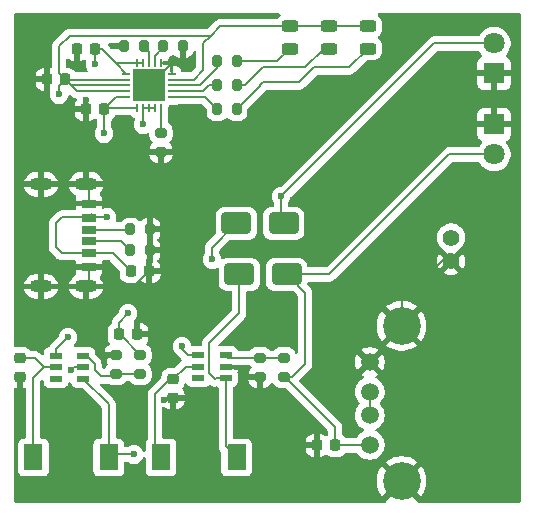
<source format=gbr>
%TF.GenerationSoftware,KiCad,Pcbnew,9.0.7*%
%TF.CreationDate,2026-01-22T17:41:33-08:00*%
%TF.ProjectId,charging-circuit,63686172-6769-46e6-972d-636972637569,rev?*%
%TF.SameCoordinates,Original*%
%TF.FileFunction,Copper,L1,Top*%
%TF.FilePolarity,Positive*%
%FSLAX46Y46*%
G04 Gerber Fmt 4.6, Leading zero omitted, Abs format (unit mm)*
G04 Created by KiCad (PCBNEW 9.0.7) date 2026-01-22 17:41:33*
%MOMM*%
%LPD*%
G01*
G04 APERTURE LIST*
G04 Aperture macros list*
%AMRoundRect*
0 Rectangle with rounded corners*
0 $1 Rounding radius*
0 $2 $3 $4 $5 $6 $7 $8 $9 X,Y pos of 4 corners*
0 Add a 4 corners polygon primitive as box body*
4,1,4,$2,$3,$4,$5,$6,$7,$8,$9,$2,$3,0*
0 Add four circle primitives for the rounded corners*
1,1,$1+$1,$2,$3*
1,1,$1+$1,$4,$5*
1,1,$1+$1,$6,$7*
1,1,$1+$1,$8,$9*
0 Add four rect primitives between the rounded corners*
20,1,$1+$1,$2,$3,$4,$5,0*
20,1,$1+$1,$4,$5,$6,$7,0*
20,1,$1+$1,$6,$7,$8,$9,0*
20,1,$1+$1,$8,$9,$2,$3,0*%
G04 Aperture macros list end*
%TA.AperFunction,ComponentPad*%
%ADD10C,1.400000*%
%TD*%
%TA.AperFunction,SMDPad,CuDef*%
%ADD11R,1.600000X2.200000*%
%TD*%
%TA.AperFunction,SMDPad,CuDef*%
%ADD12R,1.200000X0.700000*%
%TD*%
%TA.AperFunction,SMDPad,CuDef*%
%ADD13R,1.200000X0.800000*%
%TD*%
%TA.AperFunction,ComponentPad*%
%ADD14O,1.900000X1.100000*%
%TD*%
%TA.AperFunction,SMDPad,CuDef*%
%ADD15RoundRect,0.225000X0.225000X0.250000X-0.225000X0.250000X-0.225000X-0.250000X0.225000X-0.250000X0*%
%TD*%
%TA.AperFunction,SMDPad,CuDef*%
%ADD16RoundRect,0.242500X0.457500X-0.242500X0.457500X0.242500X-0.457500X0.242500X-0.457500X-0.242500X0*%
%TD*%
%TA.AperFunction,SMDPad,CuDef*%
%ADD17R,0.280000X0.660000*%
%TD*%
%TA.AperFunction,SMDPad,CuDef*%
%ADD18R,0.660000X0.280000*%
%TD*%
%TA.AperFunction,SMDPad,CuDef*%
%ADD19R,2.700000X2.700000*%
%TD*%
%TA.AperFunction,SMDPad,CuDef*%
%ADD20R,1.070000X0.530000*%
%TD*%
%TA.AperFunction,SMDPad,CuDef*%
%ADD21RoundRect,0.200000X-0.200000X-0.275000X0.200000X-0.275000X0.200000X0.275000X-0.200000X0.275000X0*%
%TD*%
%TA.AperFunction,SMDPad,CuDef*%
%ADD22RoundRect,0.200000X0.200000X0.275000X-0.200000X0.275000X-0.200000X-0.275000X0.200000X-0.275000X0*%
%TD*%
%TA.AperFunction,SMDPad,CuDef*%
%ADD23RoundRect,0.200000X0.275000X-0.200000X0.275000X0.200000X-0.275000X0.200000X-0.275000X-0.200000X0*%
%TD*%
%TA.AperFunction,SMDPad,CuDef*%
%ADD24RoundRect,0.200000X-0.275000X0.200000X-0.275000X-0.200000X0.275000X-0.200000X0.275000X0.200000X0*%
%TD*%
%TA.AperFunction,ComponentPad*%
%ADD25C,1.520000*%
%TD*%
%TA.AperFunction,ComponentPad*%
%ADD26C,3.200000*%
%TD*%
%TA.AperFunction,ComponentPad*%
%ADD27C,1.800000*%
%TD*%
%TA.AperFunction,ComponentPad*%
%ADD28R,1.800000X1.800000*%
%TD*%
%TA.AperFunction,SMDPad,CuDef*%
%ADD29RoundRect,0.250000X-1.000000X-0.650000X1.000000X-0.650000X1.000000X0.650000X-1.000000X0.650000X0*%
%TD*%
%TA.AperFunction,SMDPad,CuDef*%
%ADD30RoundRect,0.225000X-0.250000X0.225000X-0.250000X-0.225000X0.250000X-0.225000X0.250000X0.225000X0*%
%TD*%
%TA.AperFunction,SMDPad,CuDef*%
%ADD31RoundRect,0.225000X-0.225000X-0.250000X0.225000X-0.250000X0.225000X0.250000X-0.225000X0.250000X0*%
%TD*%
%TA.AperFunction,ViaPad*%
%ADD32C,0.600000*%
%TD*%
%TA.AperFunction,Conductor*%
%ADD33C,0.200000*%
%TD*%
G04 APERTURE END LIST*
D10*
%TO.P,U5,1,1*%
%TO.N,GND*%
X84498218Y-77370410D03*
%TO.P,U5,2,2*%
%TO.N,Net-(U4-V_{BAT_SENSE})*%
X84498218Y-75370410D03*
%TD*%
D11*
%TO.P,L2,2,2*%
%TO.N,Net-(U3-SW)*%
X55524000Y-93980000D03*
%TO.P,L2,1,1*%
%TO.N,Net-(U3-IN)*%
X49124000Y-93980000D03*
%TD*%
D12*
%TO.P,J1,A5,CC1*%
%TO.N,Net-(J1-CC1)*%
X53848000Y-74684000D03*
%TO.P,J1,A9,VBUS*%
%TO.N,VBUS*%
X53848000Y-76684000D03*
D13*
%TO.P,J1,A12,GND*%
%TO.N,GND*%
X53848000Y-77884000D03*
D12*
%TO.P,J1,B5,CC2*%
%TO.N,Net-(J1-CC2)*%
X53848000Y-75684000D03*
%TO.P,J1,B9,VBUS*%
%TO.N,VBUS*%
X53848000Y-73684000D03*
D13*
%TO.P,J1,B12,GND*%
%TO.N,GND*%
X53848000Y-72484000D03*
D14*
%TO.P,J1,S1,SHIELD*%
X53598000Y-70864000D03*
X49788000Y-70864000D03*
X53598000Y-79504000D03*
X49788000Y-79504000D03*
%TD*%
D15*
%TO.P,C3,2*%
%TO.N,/12 Vout*%
X56370000Y-83566000D03*
%TO.P,C3,1*%
%TO.N,GND*%
X57930000Y-83566000D03*
%TD*%
D11*
%TO.P,L1,2,2*%
%TO.N,Net-(U2-SW)*%
X66344000Y-93980000D03*
%TO.P,L1,1,1*%
%TO.N,Net-(U2-IN)*%
X59944000Y-93980000D03*
%TD*%
D16*
%TO.P,D2,1*%
%TO.N,Net-(D2-Pad1)*%
X77470000Y-59360000D03*
%TO.P,D2,2*%
%TO.N,VBUS*%
X77470000Y-57480000D03*
%TD*%
D15*
%TO.P,C8,1*%
%TO.N,GND*%
X58956500Y-78232000D03*
%TO.P,C8,2*%
%TO.N,VBUS*%
X57396500Y-78232000D03*
%TD*%
D17*
%TO.P,U4,1,OUT*%
%TO.N,/VSYS*%
X57928000Y-64394000D03*
%TO.P,U4,2,VPCC*%
%TO.N,VBUS*%
X58428000Y-64394000D03*
%TO.P,U4,3,SEL*%
X58928000Y-64394000D03*
%TO.P,U4,4,PROG2*%
X59428000Y-64394000D03*
%TO.P,U4,5,THERM*%
%TO.N,Net-(U4-THERM)*%
X59928000Y-64394000D03*
D18*
%TO.P,U4,6,~{PG}*%
%TO.N,Net-(U4-~{PG})*%
X60838000Y-63484000D03*
%TO.P,U4,7,STAT2*%
%TO.N,Net-(U4-STAT2)*%
X60838000Y-62984000D03*
%TO.P,U4,8,STAT1/~{LBO}*%
%TO.N,Net-(U4-STAT1{slash}~{LBO})*%
X60838000Y-62484000D03*
%TO.P,U4,9,~{TE}*%
%TO.N,VBUS*%
X60838000Y-61984000D03*
%TO.P,U4,10,V_{SS}*%
%TO.N,GND*%
X60838000Y-61484000D03*
D17*
%TO.P,U4,11,V_{SS}*%
X59928000Y-60574000D03*
%TO.P,U4,12,PROG3*%
%TO.N,Net-(U4-PROG3)*%
X59428000Y-60574000D03*
%TO.P,U4,13,PROG1*%
%TO.N,Net-(U4-PROG1)*%
X58928000Y-60574000D03*
%TO.P,U4,14,V_{BAT}*%
%TO.N,Net-(U4-V_{BAT_SENSE})*%
X58428000Y-60574000D03*
%TO.P,U4,15,V_{BAT}*%
X57928000Y-60574000D03*
D18*
%TO.P,U4,16,V_{BAT_SENSE}*%
X57018000Y-61484000D03*
%TO.P,U4,17,CE*%
%TO.N,VBUS*%
X57018000Y-61984000D03*
%TO.P,U4,18,IN*%
X57018000Y-62484000D03*
%TO.P,U4,19,IN*%
X57018000Y-62984000D03*
%TO.P,U4,20,OUT*%
%TO.N,/VSYS*%
X57018000Y-63484000D03*
D19*
%TO.P,U4,21,V_{SS}*%
%TO.N,GND*%
X58928000Y-62484000D03*
%TD*%
D20*
%TO.P,U3,1,SW*%
%TO.N,Net-(U3-SW)*%
X53354000Y-87310000D03*
%TO.P,U3,2,GND*%
%TO.N,GND*%
X53354000Y-86360000D03*
%TO.P,U3,3,FB*%
%TO.N,Net-(U3-FB)*%
X53354000Y-85410000D03*
%TO.P,U3,4,EN*%
%TO.N,/VSYS*%
X51054000Y-85410000D03*
%TO.P,U3,5,IN*%
%TO.N,Net-(U3-IN)*%
X51054000Y-86360000D03*
%TO.P,U3,6,NC*%
%TO.N,unconnected-(U3-NC-Pad6)*%
X51054000Y-87310000D03*
%TD*%
%TO.P,U2,1,SW*%
%TO.N,Net-(U2-SW)*%
X65412000Y-87244000D03*
%TO.P,U2,2,GND*%
%TO.N,GND*%
X65412000Y-86294000D03*
%TO.P,U2,3,FB*%
%TO.N,Net-(U2-FB)*%
X65412000Y-85344000D03*
%TO.P,U2,4,EN*%
%TO.N,/VSYS*%
X63112000Y-85344000D03*
%TO.P,U2,5,IN*%
%TO.N,Net-(U2-IN)*%
X63112000Y-86294000D03*
%TO.P,U2,6,NC*%
%TO.N,unconnected-(U2-NC-Pad6)*%
X63112000Y-87244000D03*
%TD*%
D21*
%TO.P,RPROG3,1*%
%TO.N,Net-(U4-PROG3)*%
X60140000Y-59182000D03*
%TO.P,RPROG3,2*%
%TO.N,GND*%
X61780000Y-59182000D03*
%TD*%
%TO.P,RPROG1,1*%
%TO.N,GND*%
X56838000Y-59182000D03*
%TO.P,RPROG1,2*%
%TO.N,Net-(U4-PROG1)*%
X58478000Y-59182000D03*
%TD*%
D22*
%TO.P,R11,1*%
%TO.N,Net-(D2-Pad1)*%
X66352000Y-64516000D03*
%TO.P,R11,2*%
%TO.N,Net-(U4-~{PG})*%
X64712000Y-64516000D03*
%TD*%
D23*
%TO.P,R10,1*%
%TO.N,/5 Vout*%
X70358000Y-87180000D03*
%TO.P,R10,2*%
%TO.N,Net-(U2-FB)*%
X70358000Y-85540000D03*
%TD*%
D24*
%TO.P,R8,1*%
%TO.N,/12 Vout*%
X58166000Y-85286000D03*
%TO.P,R8,2*%
%TO.N,Net-(U3-FB)*%
X58166000Y-86926000D03*
%TD*%
D22*
%TO.P,R7,1*%
%TO.N,Net-(D1-Pad1)*%
X66352000Y-60452000D03*
%TO.P,R7,2*%
%TO.N,Net-(U4-STAT1{slash}~{LBO})*%
X64712000Y-60452000D03*
%TD*%
%TO.P,R6,1*%
%TO.N,Net-(D3-Pad1)*%
X66352000Y-62484000D03*
%TO.P,R6,2*%
%TO.N,Net-(U4-STAT2)*%
X64712000Y-62484000D03*
%TD*%
D24*
%TO.P,R5,1*%
%TO.N,Net-(U4-THERM)*%
X59944000Y-66490000D03*
%TO.P,R5,2*%
%TO.N,GND*%
X59944000Y-68130000D03*
%TD*%
%TO.P,R3,1*%
%TO.N,Net-(U2-FB)*%
X68326000Y-85540000D03*
%TO.P,R3,2*%
%TO.N,GND*%
X68326000Y-87180000D03*
%TD*%
D21*
%TO.P,R2,1*%
%TO.N,Net-(J1-CC2)*%
X57356500Y-76454000D03*
%TO.P,R2,2*%
%TO.N,GND*%
X58996500Y-76454000D03*
%TD*%
%TO.P,R1,1*%
%TO.N,Net-(J1-CC1)*%
X57356500Y-74676000D03*
%TO.P,R1,2*%
%TO.N,GND*%
X58996500Y-74676000D03*
%TD*%
D25*
%TO.P,J2,4,GND*%
%TO.N,GND*%
X77616000Y-85908000D03*
%TO.P,J2,3,D+*%
%TO.N,Net-(J2-D+)*%
X77616000Y-88408000D03*
%TO.P,J2,2,D-*%
X77616000Y-90408000D03*
%TO.P,J2,1,VBUS*%
%TO.N,/5 Vout*%
X77616000Y-92908000D03*
D26*
%TO.P,J2,5,Shield*%
%TO.N,GND*%
X80316000Y-95978000D03*
X80316000Y-82838000D03*
%TD*%
D27*
%TO.P,H2,2,2*%
%TO.N,/5 Vout*%
X88138000Y-68326000D03*
D28*
%TO.P,H2,1,1*%
%TO.N,GND*%
X88138000Y-65786000D03*
%TD*%
D27*
%TO.P,H1,2,2*%
%TO.N,/12 Vout*%
X88138000Y-58928000D03*
D28*
%TO.P,H1,1,1*%
%TO.N,GND*%
X88138000Y-61468000D03*
%TD*%
D29*
%TO.P,D5,1*%
%TO.N,Net-(U2-SW)*%
X66580000Y-78486000D03*
%TO.P,D5,2*%
%TO.N,/5 Vout*%
X70580000Y-78486000D03*
%TD*%
%TO.P,D4,1*%
%TO.N,Net-(U3-SW)*%
X66326000Y-74168000D03*
%TO.P,D4,2*%
%TO.N,/12 Vout*%
X70326000Y-74168000D03*
%TD*%
D16*
%TO.P,D3,1*%
%TO.N,Net-(D3-Pad1)*%
X74168000Y-59360000D03*
%TO.P,D3,2*%
%TO.N,VBUS*%
X74168000Y-57480000D03*
%TD*%
%TO.P,D1,1*%
%TO.N,Net-(D1-Pad1)*%
X70866000Y-59360000D03*
%TO.P,D1,2*%
%TO.N,VBUS*%
X70866000Y-57480000D03*
%TD*%
D30*
%TO.P,C7,1*%
%TO.N,Net-(U2-IN)*%
X60960000Y-87358000D03*
%TO.P,C7,2*%
%TO.N,GND*%
X60960000Y-88918000D03*
%TD*%
D31*
%TO.P,C6,1*%
%TO.N,GND*%
X53576000Y-64516000D03*
%TO.P,C6,2*%
%TO.N,/VSYS*%
X55136000Y-64516000D03*
%TD*%
D30*
%TO.P,C5,1*%
%TO.N,Net-(U3-IN)*%
X48006000Y-85580000D03*
%TO.P,C5,2*%
%TO.N,GND*%
X48006000Y-87140000D03*
%TD*%
D31*
%TO.P,C4,1*%
%TO.N,GND*%
X73134000Y-92964000D03*
%TO.P,C4,2*%
%TO.N,/5 Vout*%
X74694000Y-92964000D03*
%TD*%
D15*
%TO.P,C2,1*%
%TO.N,VBUS*%
X51834000Y-61976000D03*
%TO.P,C2,2*%
%TO.N,GND*%
X50274000Y-61976000D03*
%TD*%
D31*
%TO.P,C1,1*%
%TO.N,GND*%
X52814000Y-59436000D03*
%TO.P,C1,2*%
%TO.N,Net-(U4-V_{BAT_SENSE})*%
X54374000Y-59436000D03*
%TD*%
D23*
%TO.P,R9,1*%
%TO.N,Net-(U3-FB)*%
X56134000Y-86926000D03*
%TO.P,R9,2*%
%TO.N,GND*%
X56134000Y-85286000D03*
%TD*%
D32*
%TO.N,GND*%
X57658000Y-79502000D03*
X59436000Y-82804000D03*
X67056000Y-86868000D03*
X48260000Y-88392000D03*
X53594000Y-63754000D03*
X49022000Y-62230000D03*
X71628000Y-92964000D03*
X60198000Y-89154000D03*
X55118000Y-85852000D03*
X52324000Y-86614000D03*
X59944000Y-69596000D03*
X55880000Y-59182000D03*
X61976000Y-60452000D03*
X52832000Y-60706000D03*
%TO.N,Net-(U3-SW)*%
X64262000Y-77216000D03*
X57658000Y-93726000D03*
%TO.N,Net-(U4-V_{BAT_SENSE})*%
X54356000Y-60706000D03*
%TO.N,/VSYS*%
X55118000Y-66548000D03*
X61722000Y-84582000D03*
%TO.N,/12 Vout*%
X70104000Y-71882000D03*
X57150000Y-81788000D03*
%TO.N,VBUS*%
X55374000Y-73660000D03*
X51308000Y-63246000D03*
X58420000Y-65786000D03*
%TO.N,/VSYS*%
X52070000Y-83820000D03*
%TD*%
D33*
%TO.N,GND*%
X58928000Y-78232000D02*
X57658000Y-79502000D01*
X58956500Y-78232000D02*
X58928000Y-78232000D01*
X58674000Y-83566000D02*
X59436000Y-82804000D01*
X57930000Y-83566000D02*
X58674000Y-83566000D01*
X58996500Y-76454000D02*
X58996500Y-78192000D01*
X58996500Y-78192000D02*
X58956500Y-78232000D01*
X58996500Y-74676000D02*
X58996500Y-76454000D01*
X53848000Y-77884000D02*
X53848000Y-79254000D01*
X53848000Y-79254000D02*
X53598000Y-79504000D01*
X60838000Y-60574000D02*
X60960000Y-60574000D01*
X60838000Y-61484000D02*
X60838000Y-60696000D01*
X60838000Y-60696000D02*
X60960000Y-60574000D01*
X59928000Y-60574000D02*
X60838000Y-60574000D01*
X58928000Y-62484000D02*
X60838000Y-60574000D01*
X60960000Y-60574000D02*
X61854000Y-60574000D01*
X61854000Y-60574000D02*
X61976000Y-60452000D01*
X65412000Y-86294000D02*
X66482000Y-86294000D01*
X66482000Y-86294000D02*
X67056000Y-86868000D01*
X67368000Y-87180000D02*
X67056000Y-86868000D01*
X68326000Y-87180000D02*
X67368000Y-87180000D01*
X48006000Y-88138000D02*
X48260000Y-88392000D01*
X48006000Y-87140000D02*
X48006000Y-88138000D01*
X53576000Y-63772000D02*
X53594000Y-63754000D01*
X53576000Y-64516000D02*
X53576000Y-63772000D01*
X49276000Y-61976000D02*
X49022000Y-62230000D01*
X50274000Y-61976000D02*
X49276000Y-61976000D01*
X53848000Y-72484000D02*
X53848000Y-71114000D01*
X53848000Y-71114000D02*
X53598000Y-70864000D01*
X84385500Y-76659500D02*
X80316000Y-80729000D01*
X80316000Y-80729000D02*
X80316000Y-82838000D01*
X73134000Y-92964000D02*
X71628000Y-92964000D01*
X60434000Y-88918000D02*
X60198000Y-89154000D01*
X60960000Y-88918000D02*
X60434000Y-88918000D01*
X55684000Y-85286000D02*
X55118000Y-85852000D01*
X56134000Y-85286000D02*
X55684000Y-85286000D01*
%TO.N,Net-(U3-FB)*%
X54864000Y-87122000D02*
X55938000Y-87122000D01*
X54356000Y-86614000D02*
X54864000Y-87122000D01*
X53660000Y-85410000D02*
X54356000Y-86106000D01*
X54356000Y-86106000D02*
X54356000Y-86614000D01*
X53354000Y-85410000D02*
X53660000Y-85410000D01*
X55938000Y-87122000D02*
X56134000Y-86926000D01*
%TO.N,GND*%
X52324000Y-86614000D02*
X52578000Y-86360000D01*
X52578000Y-86360000D02*
X53354000Y-86360000D01*
%TO.N,Net-(U3-FB)*%
X55770529Y-86926000D02*
X56134000Y-86926000D01*
%TO.N,GND*%
X59944000Y-68130000D02*
X59944000Y-69596000D01*
X56838000Y-59182000D02*
X55880000Y-59182000D01*
X61780000Y-60256000D02*
X61976000Y-60452000D01*
X61780000Y-59182000D02*
X61780000Y-60256000D01*
X52814000Y-60688000D02*
X52832000Y-60706000D01*
X52814000Y-59436000D02*
X52814000Y-60688000D01*
%TO.N,/VSYS*%
X55136000Y-64516000D02*
X55136000Y-66530000D01*
X55136000Y-66530000D02*
X55118000Y-66548000D01*
%TO.N,Net-(J2-D+)*%
X77616000Y-88408000D02*
X77616000Y-90408000D01*
%TO.N,Net-(U3-SW)*%
X57658000Y-93726000D02*
X55778000Y-93726000D01*
X55778000Y-93726000D02*
X55524000Y-93980000D01*
X66326000Y-74168000D02*
X64262000Y-76232000D01*
X64262000Y-76232000D02*
X64262000Y-77216000D01*
%TO.N,Net-(U2-SW)*%
X64008000Y-86868000D02*
X64516000Y-87376000D01*
X64008000Y-84328000D02*
X64008000Y-86868000D01*
X66580000Y-81756000D02*
X64008000Y-84328000D01*
X64648000Y-87244000D02*
X65412000Y-87244000D01*
X66580000Y-78486000D02*
X66580000Y-81756000D01*
X64516000Y-87376000D02*
X64648000Y-87244000D01*
X66344000Y-93980000D02*
X65412000Y-93048000D01*
X65412000Y-93048000D02*
X65412000Y-87244000D01*
%TO.N,/12 Vout*%
X88138000Y-58928000D02*
X83058000Y-58928000D01*
X83058000Y-58928000D02*
X70104000Y-71882000D01*
%TO.N,Net-(U4-V_{BAT_SENSE})*%
X54374000Y-59436000D02*
X54374000Y-60688000D01*
X54374000Y-60688000D02*
X54356000Y-60706000D01*
%TO.N,/5 Vout*%
X70580000Y-78486000D02*
X74168000Y-78486000D01*
X74168000Y-78486000D02*
X84328000Y-68326000D01*
X84328000Y-68326000D02*
X88138000Y-68326000D01*
X72136000Y-80042000D02*
X72136000Y-86106000D01*
X70580000Y-78486000D02*
X72136000Y-80042000D01*
X72136000Y-86106000D02*
X71062000Y-87180000D01*
X71062000Y-87180000D02*
X70358000Y-87180000D01*
X70416000Y-87180000D02*
X74676000Y-91440000D01*
X70358000Y-87180000D02*
X70416000Y-87180000D01*
X74676000Y-91440000D02*
X74676000Y-92946000D01*
X74676000Y-92946000D02*
X74694000Y-92964000D01*
X74694000Y-92964000D02*
X77560000Y-92964000D01*
X77560000Y-92964000D02*
X77616000Y-92908000D01*
%TO.N,Net-(U2-FB)*%
X68326000Y-85540000D02*
X65608000Y-85540000D01*
X65608000Y-85540000D02*
X65412000Y-85344000D01*
X70358000Y-85540000D02*
X68326000Y-85540000D01*
%TO.N,Net-(U2-IN)*%
X60724000Y-87358000D02*
X59436000Y-88646000D01*
X60960000Y-87358000D02*
X60724000Y-87358000D01*
X59436000Y-88646000D02*
X59436000Y-93472000D01*
X59436000Y-93472000D02*
X59944000Y-93980000D01*
X63112000Y-86294000D02*
X62024000Y-86294000D01*
X62024000Y-86294000D02*
X60960000Y-87358000D01*
%TO.N,/VSYS*%
X62230000Y-85344000D02*
X63112000Y-85344000D01*
X62230000Y-85344000D02*
X61722000Y-84836000D01*
X61722000Y-84836000D02*
X61722000Y-84582000D01*
%TO.N,/12 Vout*%
X70104000Y-73946000D02*
X70326000Y-74168000D01*
X70104000Y-71882000D02*
X70104000Y-73946000D01*
X56370000Y-83566000D02*
X56370000Y-82568000D01*
X56370000Y-82568000D02*
X57150000Y-81788000D01*
X56370000Y-83566000D02*
X56446000Y-83566000D01*
X56446000Y-83566000D02*
X58166000Y-85286000D01*
%TO.N,Net-(U3-FB)*%
X56134000Y-86926000D02*
X58166000Y-86926000D01*
%TO.N,Net-(U3-SW)*%
X53354000Y-87310000D02*
X55524000Y-89480000D01*
X55524000Y-89480000D02*
X55524000Y-93980000D01*
%TO.N,Net-(U3-IN)*%
X48006000Y-85580000D02*
X49258000Y-85580000D01*
X49258000Y-85580000D02*
X50038000Y-86360000D01*
X50038000Y-86360000D02*
X49124000Y-87274000D01*
X49124000Y-87274000D02*
X49124000Y-93980000D01*
X51054000Y-86360000D02*
X50038000Y-86360000D01*
%TO.N,Net-(U3-SW)*%
X55118000Y-93574000D02*
X55524000Y-93980000D01*
%TO.N,VBUS*%
X51308000Y-59182000D02*
X51308000Y-61450000D01*
X55374000Y-73660000D02*
X53872000Y-73660000D01*
X53872000Y-73660000D02*
X53848000Y-73684000D01*
X58428000Y-64394000D02*
X58428000Y-65778000D01*
X58428000Y-65778000D02*
X58420000Y-65786000D01*
X51308000Y-63246000D02*
X51308000Y-62502000D01*
X51308000Y-62502000D02*
X51834000Y-61976000D01*
%TO.N,Net-(D2-Pad1)*%
X68580000Y-62230000D02*
X68326000Y-62484000D01*
X71628000Y-62230000D02*
X68580000Y-62230000D01*
X75870000Y-60960000D02*
X72898000Y-60960000D01*
X77470000Y-59360000D02*
X75870000Y-60960000D01*
X72898000Y-60960000D02*
X71628000Y-62230000D01*
X68326000Y-62484000D02*
X68326000Y-62542000D01*
X68326000Y-62542000D02*
X66352000Y-64516000D01*
%TO.N,Net-(D3-Pad1)*%
X66352000Y-62484000D02*
X67056000Y-62484000D01*
X72136000Y-60960000D02*
X73736000Y-59360000D01*
X67056000Y-62484000D02*
X68580000Y-60960000D01*
X73736000Y-59360000D02*
X74168000Y-59360000D01*
X68580000Y-60960000D02*
X72136000Y-60960000D01*
%TO.N,VBUS*%
X64135000Y-58293000D02*
X64948000Y-57480000D01*
X64948000Y-57480000D02*
X70866000Y-57480000D01*
%TO.N,Net-(D1-Pad1)*%
X66352000Y-60452000D02*
X69774000Y-60452000D01*
X69774000Y-60452000D02*
X70866000Y-59360000D01*
%TO.N,VBUS*%
X53848000Y-76684000D02*
X51540000Y-76684000D01*
X51056000Y-74168000D02*
X51564000Y-73660000D01*
X51540000Y-76684000D02*
X51056000Y-76200000D01*
X51056000Y-76200000D02*
X51056000Y-74168000D01*
X51564000Y-73660000D02*
X53824000Y-73660000D01*
X53824000Y-73660000D02*
X53848000Y-73684000D01*
X59428000Y-64394000D02*
X58928000Y-64394000D01*
X58928000Y-64394000D02*
X58428000Y-64394000D01*
X54126000Y-73406000D02*
X53848000Y-73684000D01*
X52197000Y-58293000D02*
X51308000Y-59182000D01*
X63500000Y-58928000D02*
X64135000Y-58293000D01*
X51308000Y-61450000D02*
X51834000Y-61976000D01*
X64135000Y-58293000D02*
X52197000Y-58293000D01*
%TO.N,Net-(U4-PROG3)*%
X60140000Y-59182000D02*
X60140000Y-59240000D01*
X60140000Y-59240000D02*
X59428000Y-59952000D01*
X59428000Y-59952000D02*
X59428000Y-60574000D01*
%TO.N,Net-(U4-PROG1)*%
X58478000Y-59240000D02*
X58928000Y-59690000D01*
X58478000Y-59182000D02*
X58478000Y-59240000D01*
X58928000Y-59690000D02*
X58928000Y-60574000D01*
%TO.N,Net-(U4-V_{BAT_SENSE})*%
X58428000Y-60574000D02*
X57928000Y-60574000D01*
X54970000Y-59436000D02*
X56108000Y-60574000D01*
X57928000Y-60574000D02*
X56108000Y-60574000D01*
X54374000Y-59436000D02*
X54970000Y-59436000D01*
X56108000Y-60574000D02*
X57018000Y-61484000D01*
%TO.N,VBUS*%
X74168000Y-57480000D02*
X77470000Y-57480000D01*
X70866000Y-57480000D02*
X74168000Y-57480000D01*
X60838000Y-61984000D02*
X62730000Y-61984000D01*
X62730000Y-61984000D02*
X63500000Y-61214000D01*
X63500000Y-61214000D02*
X63500000Y-58928000D01*
X70688000Y-57658000D02*
X70866000Y-57480000D01*
%TO.N,Net-(U4-STAT1{slash}~{LBO})*%
X64712000Y-61018000D02*
X63246000Y-62484000D01*
X64712000Y-60452000D02*
X64712000Y-61018000D01*
X63246000Y-62484000D02*
X60838000Y-62484000D01*
%TO.N,Net-(U4-STAT2)*%
X64008000Y-62484000D02*
X63500000Y-62992000D01*
X64712000Y-62484000D02*
X64008000Y-62484000D01*
X63500000Y-62992000D02*
X60846000Y-62992000D01*
X60846000Y-62992000D02*
X60838000Y-62984000D01*
%TO.N,Net-(U4-~{PG})*%
X64712000Y-64516000D02*
X63680000Y-63484000D01*
X63680000Y-63484000D02*
X60838000Y-63484000D01*
%TO.N,Net-(U4-THERM)*%
X59944000Y-66490000D02*
X59944000Y-64410000D01*
X59944000Y-64410000D02*
X59928000Y-64394000D01*
%TO.N,Net-(U4-PROG3)*%
X59436000Y-60566000D02*
X59428000Y-60574000D01*
%TO.N,/VSYS*%
X57928000Y-64394000D02*
X55258000Y-64394000D01*
X55258000Y-64394000D02*
X55136000Y-64516000D01*
X57018000Y-63484000D02*
X56168000Y-63484000D01*
X56168000Y-63484000D02*
X55136000Y-64516000D01*
%TO.N,VBUS*%
X57018000Y-62984000D02*
X52842000Y-62984000D01*
X52842000Y-62984000D02*
X51834000Y-61976000D01*
X57018000Y-62484000D02*
X52342000Y-62484000D01*
X52342000Y-62484000D02*
X51834000Y-61976000D01*
X57018000Y-61984000D02*
X51842000Y-61984000D01*
X51842000Y-61984000D02*
X51834000Y-61976000D01*
X53848000Y-76684000D02*
X55848500Y-76684000D01*
X55848500Y-76684000D02*
X57396500Y-78232000D01*
%TO.N,Net-(J1-CC2)*%
X53848000Y-75684000D02*
X56586500Y-75684000D01*
X56586500Y-75684000D02*
X57356500Y-76454000D01*
%TO.N,Net-(J1-CC1)*%
X53848000Y-74684000D02*
X57348500Y-74684000D01*
X57348500Y-74684000D02*
X57356500Y-74676000D01*
%TO.N,/VSYS*%
X51054000Y-84836000D02*
X51054000Y-85410000D01*
X52070000Y-83820000D02*
X51054000Y-84836000D01*
%TD*%
%TA.AperFunction,Conductor*%
%TO.N,GND*%
G36*
X70012411Y-56400185D02*
G01*
X70058166Y-56452989D01*
X70068110Y-56522147D01*
X70039085Y-56585703D01*
X70010470Y-56610038D01*
X69944528Y-56650711D01*
X69821713Y-56773526D01*
X69821712Y-56773528D01*
X69792678Y-56820598D01*
X69740732Y-56867321D01*
X69687141Y-56879500D01*
X65034670Y-56879500D01*
X65034654Y-56879499D01*
X65027058Y-56879499D01*
X64868943Y-56879499D01*
X64792579Y-56899961D01*
X64716214Y-56920423D01*
X64716209Y-56920426D01*
X64579290Y-56999475D01*
X64579282Y-56999481D01*
X63922584Y-57656181D01*
X63861261Y-57689666D01*
X63834903Y-57692500D01*
X52283669Y-57692500D01*
X52283653Y-57692499D01*
X52276057Y-57692499D01*
X52117943Y-57692499D01*
X52010587Y-57721265D01*
X51965210Y-57733424D01*
X51965209Y-57733425D01*
X51915096Y-57762359D01*
X51915095Y-57762360D01*
X51871689Y-57787420D01*
X51828285Y-57812479D01*
X51828282Y-57812481D01*
X50827481Y-58813282D01*
X50827475Y-58813290D01*
X50781168Y-58893498D01*
X50781168Y-58893499D01*
X50748423Y-58950214D01*
X50748423Y-58950215D01*
X50707499Y-59102943D01*
X50707499Y-59102945D01*
X50707499Y-59271046D01*
X50707500Y-59271059D01*
X50707500Y-60880051D01*
X50687815Y-60947090D01*
X50635011Y-60992845D01*
X50570898Y-61003409D01*
X50547324Y-61001000D01*
X50524000Y-61001000D01*
X50524000Y-62971589D01*
X50532718Y-62987555D01*
X50533170Y-63038104D01*
X50507500Y-63167159D01*
X50507500Y-63324846D01*
X50538261Y-63479489D01*
X50538264Y-63479501D01*
X50598602Y-63625172D01*
X50598609Y-63625185D01*
X50686210Y-63756288D01*
X50686213Y-63756292D01*
X50797707Y-63867786D01*
X50797711Y-63867789D01*
X50928814Y-63955390D01*
X50928827Y-63955397D01*
X51074498Y-64015735D01*
X51074503Y-64015737D01*
X51229153Y-64046499D01*
X51229156Y-64046500D01*
X51229158Y-64046500D01*
X51386844Y-64046500D01*
X51386845Y-64046499D01*
X51541497Y-64015737D01*
X51687179Y-63955394D01*
X51818289Y-63867789D01*
X51929789Y-63756289D01*
X52017394Y-63625179D01*
X52077737Y-63479497D01*
X52100589Y-63364611D01*
X52105298Y-63355607D01*
X52106024Y-63345469D01*
X52121220Y-63325169D01*
X52132973Y-63302701D01*
X52141805Y-63297671D01*
X52147896Y-63289536D01*
X52171653Y-63280674D01*
X52193689Y-63268127D01*
X52203837Y-63268670D01*
X52213360Y-63265119D01*
X52238137Y-63270509D01*
X52263458Y-63271866D01*
X52273519Y-63278206D01*
X52281633Y-63279971D01*
X52309887Y-63301122D01*
X52357139Y-63348374D01*
X52357149Y-63348385D01*
X52361479Y-63352715D01*
X52361480Y-63352716D01*
X52473284Y-63464520D01*
X52560095Y-63514639D01*
X52610215Y-63543577D01*
X52753111Y-63581865D01*
X52757945Y-63583602D01*
X52782175Y-63601284D01*
X52807782Y-63616893D01*
X52810099Y-63621663D01*
X52814384Y-63624790D01*
X52825206Y-63652760D01*
X52838312Y-63679739D01*
X52837682Y-63685005D01*
X52839596Y-63689952D01*
X52833578Y-63719333D01*
X52830018Y-63749115D01*
X52826377Y-63754494D01*
X52825577Y-63758401D01*
X52819561Y-63764564D01*
X52803712Y-63787983D01*
X52778424Y-63813271D01*
X52689457Y-63957507D01*
X52689452Y-63957518D01*
X52636144Y-64118393D01*
X52626000Y-64217677D01*
X52626000Y-64266000D01*
X53452000Y-64266000D01*
X53519039Y-64285685D01*
X53564794Y-64338489D01*
X53576000Y-64390000D01*
X53576000Y-64516000D01*
X53702000Y-64516000D01*
X53769039Y-64535685D01*
X53814794Y-64588489D01*
X53826000Y-64640000D01*
X53826000Y-65490999D01*
X53849308Y-65490999D01*
X53849322Y-65490998D01*
X53948607Y-65480855D01*
X54109481Y-65427547D01*
X54109492Y-65427542D01*
X54253729Y-65338575D01*
X54267960Y-65324343D01*
X54269346Y-65323586D01*
X54270136Y-65322220D01*
X54299898Y-65306901D01*
X54329282Y-65290855D01*
X54330856Y-65290967D01*
X54332260Y-65290245D01*
X54365584Y-65293449D01*
X54398974Y-65295836D01*
X54400743Y-65296830D01*
X54401808Y-65296933D01*
X54406861Y-65300268D01*
X54432362Y-65314600D01*
X54438130Y-65319142D01*
X54457956Y-65338968D01*
X54482642Y-65354194D01*
X54488216Y-65358584D01*
X54504513Y-65381502D01*
X54523321Y-65402412D01*
X54525170Y-65410552D01*
X54528707Y-65415525D01*
X54529333Y-65428870D01*
X54535500Y-65456004D01*
X54535500Y-65947059D01*
X54515815Y-66014098D01*
X54499181Y-66034740D01*
X54496213Y-66037707D01*
X54496210Y-66037711D01*
X54408609Y-66168814D01*
X54408602Y-66168827D01*
X54348264Y-66314498D01*
X54348261Y-66314510D01*
X54317500Y-66469153D01*
X54317500Y-66626846D01*
X54348261Y-66781489D01*
X54348264Y-66781501D01*
X54408602Y-66927172D01*
X54408609Y-66927185D01*
X54496210Y-67058288D01*
X54496213Y-67058292D01*
X54607707Y-67169786D01*
X54607711Y-67169789D01*
X54738814Y-67257390D01*
X54738827Y-67257397D01*
X54884498Y-67317735D01*
X54884503Y-67317737D01*
X55039153Y-67348499D01*
X55039156Y-67348500D01*
X55039158Y-67348500D01*
X55196844Y-67348500D01*
X55196845Y-67348499D01*
X55351497Y-67317737D01*
X55497179Y-67257394D01*
X55628289Y-67169789D01*
X55739789Y-67058289D01*
X55827394Y-66927179D01*
X55828090Y-66925500D01*
X55887735Y-66781501D01*
X55887737Y-66781497D01*
X55918500Y-66626842D01*
X55918500Y-66469158D01*
X55918500Y-66469155D01*
X55918499Y-66469153D01*
X55887738Y-66314510D01*
X55887737Y-66314503D01*
X55880192Y-66296288D01*
X55827397Y-66168827D01*
X55827390Y-66168814D01*
X55757398Y-66064064D01*
X55736520Y-65997387D01*
X55736500Y-65995173D01*
X55736500Y-65456004D01*
X55756185Y-65388965D01*
X55795403Y-65350465D01*
X55814044Y-65338968D01*
X55933968Y-65219044D01*
X56023003Y-65074697D01*
X56026058Y-65068147D01*
X56028489Y-65069280D01*
X56061173Y-65022061D01*
X56125686Y-64995230D01*
X56139119Y-64994500D01*
X57303222Y-64994500D01*
X57370261Y-65014185D01*
X57402489Y-65044190D01*
X57430449Y-65081541D01*
X57430452Y-65081544D01*
X57430454Y-65081546D01*
X57430457Y-65081548D01*
X57545664Y-65167793D01*
X57545671Y-65167797D01*
X57658713Y-65209959D01*
X57714647Y-65251830D01*
X57739064Y-65317294D01*
X57724212Y-65385567D01*
X57718484Y-65395030D01*
X57710607Y-65406818D01*
X57710602Y-65406827D01*
X57650264Y-65552498D01*
X57650261Y-65552510D01*
X57619500Y-65707153D01*
X57619500Y-65864846D01*
X57650261Y-66019489D01*
X57650264Y-66019501D01*
X57710602Y-66165172D01*
X57710609Y-66165185D01*
X57798210Y-66296288D01*
X57798213Y-66296292D01*
X57909707Y-66407786D01*
X57909711Y-66407789D01*
X58040814Y-66495390D01*
X58040827Y-66495397D01*
X58186498Y-66555735D01*
X58186503Y-66555737D01*
X58341153Y-66586499D01*
X58341156Y-66586500D01*
X58341158Y-66586500D01*
X58498844Y-66586500D01*
X58498845Y-66586499D01*
X58653497Y-66555737D01*
X58739574Y-66520083D01*
X58797048Y-66496277D01*
X58866517Y-66488808D01*
X58928996Y-66520083D01*
X58964648Y-66580172D01*
X58968500Y-66610838D01*
X58968500Y-66746613D01*
X58974913Y-66817192D01*
X59025522Y-66979606D01*
X59113530Y-67125188D01*
X59211015Y-67222673D01*
X59244500Y-67283996D01*
X59239516Y-67353688D01*
X59211015Y-67398035D01*
X59113928Y-67495121D01*
X59113927Y-67495122D01*
X59025980Y-67640604D01*
X58975409Y-67802893D01*
X58969000Y-67873427D01*
X58969000Y-67880000D01*
X60918999Y-67880000D01*
X60918999Y-67873417D01*
X60912591Y-67802897D01*
X60912590Y-67802892D01*
X60862018Y-67640603D01*
X60774072Y-67495122D01*
X60676984Y-67398034D01*
X60643499Y-67336711D01*
X60648483Y-67267019D01*
X60676983Y-67222673D01*
X60774472Y-67125185D01*
X60862478Y-66979606D01*
X60913086Y-66817196D01*
X60919500Y-66746616D01*
X60919500Y-66233384D01*
X60913086Y-66162804D01*
X60862478Y-66000394D01*
X60774472Y-65854815D01*
X60774470Y-65854813D01*
X60774469Y-65854811D01*
X60654188Y-65734530D01*
X60604348Y-65704400D01*
X60557162Y-65652871D01*
X60544500Y-65598284D01*
X60544500Y-64901018D01*
X60552318Y-64857685D01*
X60562091Y-64831483D01*
X60568500Y-64771873D01*
X60568499Y-64303181D01*
X60588183Y-64236143D01*
X60604818Y-64215501D01*
X60659501Y-64160818D01*
X60682691Y-64148155D01*
X60703848Y-64132317D01*
X60715569Y-64130202D01*
X60720824Y-64127333D01*
X60728450Y-64127878D01*
X60747182Y-64124499D01*
X61215871Y-64124499D01*
X61215872Y-64124499D01*
X61275483Y-64118091D01*
X61344584Y-64092318D01*
X61387917Y-64084500D01*
X63379903Y-64084500D01*
X63446942Y-64104185D01*
X63467584Y-64120819D01*
X63775181Y-64428416D01*
X63808666Y-64489739D01*
X63811500Y-64516097D01*
X63811500Y-64847613D01*
X63817913Y-64918192D01*
X63817913Y-64918194D01*
X63817914Y-64918196D01*
X63868522Y-65080606D01*
X63955509Y-65224500D01*
X63956530Y-65226188D01*
X64076811Y-65346469D01*
X64076813Y-65346470D01*
X64076815Y-65346472D01*
X64222394Y-65434478D01*
X64384804Y-65485086D01*
X64455384Y-65491500D01*
X64455387Y-65491500D01*
X64968613Y-65491500D01*
X64968616Y-65491500D01*
X65039196Y-65485086D01*
X65201606Y-65434478D01*
X65347185Y-65346472D01*
X65393389Y-65300268D01*
X65444319Y-65249339D01*
X65505642Y-65215854D01*
X65575334Y-65220838D01*
X65619681Y-65249339D01*
X65716811Y-65346469D01*
X65716813Y-65346470D01*
X65716815Y-65346472D01*
X65862394Y-65434478D01*
X66024804Y-65485086D01*
X66095384Y-65491500D01*
X66095387Y-65491500D01*
X66608613Y-65491500D01*
X66608616Y-65491500D01*
X66679196Y-65485086D01*
X66841606Y-65434478D01*
X66987185Y-65346472D01*
X67107472Y-65226185D01*
X67195478Y-65080606D01*
X67246086Y-64918196D01*
X67252500Y-64847616D01*
X67252500Y-64516097D01*
X67272185Y-64449058D01*
X67288819Y-64428416D01*
X68027283Y-63689952D01*
X68806520Y-62910716D01*
X68817036Y-62892500D01*
X68867603Y-62844285D01*
X68924424Y-62830500D01*
X71541331Y-62830500D01*
X71541347Y-62830501D01*
X71548943Y-62830501D01*
X71707054Y-62830501D01*
X71707057Y-62830501D01*
X71859785Y-62789577D01*
X71859787Y-62789575D01*
X71859789Y-62789575D01*
X71859790Y-62789574D01*
X71910640Y-62760216D01*
X71910641Y-62760215D01*
X71996716Y-62710520D01*
X72108520Y-62598716D01*
X72108520Y-62598714D01*
X72118724Y-62588511D01*
X72118727Y-62588506D01*
X73110416Y-61596819D01*
X73171739Y-61563334D01*
X73198097Y-61560500D01*
X75783331Y-61560500D01*
X75783347Y-61560501D01*
X75790943Y-61560501D01*
X75949054Y-61560501D01*
X75949057Y-61560501D01*
X76101785Y-61519577D01*
X76159155Y-61486454D01*
X76238716Y-61440520D01*
X76350520Y-61328716D01*
X76350520Y-61328714D01*
X76360724Y-61318511D01*
X76360727Y-61318506D01*
X77297417Y-60381819D01*
X77358740Y-60348334D01*
X77385098Y-60345500D01*
X77977005Y-60345500D01*
X77977010Y-60345500D01*
X78078770Y-60335104D01*
X78243643Y-60280471D01*
X78391472Y-60189288D01*
X78514288Y-60066472D01*
X78605471Y-59918643D01*
X78660104Y-59753770D01*
X78670500Y-59652010D01*
X78670500Y-59067990D01*
X78660104Y-58966230D01*
X78605471Y-58801357D01*
X78605467Y-58801351D01*
X78605466Y-58801348D01*
X78514290Y-58653531D01*
X78514287Y-58653527D01*
X78391472Y-58530712D01*
X78383084Y-58525538D01*
X78336360Y-58473592D01*
X78325137Y-58404630D01*
X78352980Y-58340547D01*
X78383083Y-58314462D01*
X78391472Y-58309288D01*
X78514288Y-58186472D01*
X78605471Y-58038643D01*
X78660104Y-57873770D01*
X78670500Y-57772010D01*
X78670500Y-57187990D01*
X78660104Y-57086230D01*
X78605471Y-56921357D01*
X78605467Y-56921351D01*
X78605466Y-56921348D01*
X78514290Y-56773531D01*
X78514287Y-56773527D01*
X78391471Y-56650711D01*
X78325530Y-56610038D01*
X78278806Y-56558090D01*
X78267585Y-56489127D01*
X78295428Y-56425045D01*
X78353497Y-56386190D01*
X78390628Y-56380500D01*
X90307500Y-56380500D01*
X90374539Y-56400185D01*
X90420294Y-56452989D01*
X90431500Y-56504500D01*
X90431500Y-97673500D01*
X90411815Y-97740539D01*
X90359011Y-97786294D01*
X90307500Y-97797500D01*
X81735052Y-97797500D01*
X81668013Y-97777815D01*
X81622258Y-97725011D01*
X81611317Y-97665390D01*
X81613686Y-97629239D01*
X80934541Y-96950095D01*
X81065182Y-96855179D01*
X81193179Y-96727182D01*
X81288095Y-96596541D01*
X81967239Y-97275686D01*
X81967241Y-97275686D01*
X82065825Y-97147211D01*
X82065836Y-97147194D01*
X82203472Y-96908802D01*
X82203479Y-96908787D01*
X82308819Y-96654471D01*
X82380069Y-96388565D01*
X82416000Y-96115641D01*
X82416000Y-95840358D01*
X82380069Y-95567434D01*
X82308819Y-95301528D01*
X82203479Y-95047212D01*
X82203472Y-95047197D01*
X82065836Y-94808804D01*
X81967240Y-94680312D01*
X81288094Y-95359457D01*
X81193179Y-95228818D01*
X81065182Y-95100821D01*
X80934541Y-95005904D01*
X81613686Y-94326758D01*
X81485196Y-94228163D01*
X81246802Y-94090527D01*
X81246787Y-94090520D01*
X80992471Y-93985180D01*
X80726565Y-93913930D01*
X80453642Y-93878000D01*
X80178358Y-93878000D01*
X79905434Y-93913930D01*
X79639528Y-93985180D01*
X79385212Y-94090520D01*
X79385197Y-94090527D01*
X79146799Y-94228166D01*
X79018312Y-94326757D01*
X79018312Y-94326758D01*
X79697458Y-95005904D01*
X79566818Y-95100821D01*
X79438821Y-95228818D01*
X79343904Y-95359458D01*
X78664758Y-94680312D01*
X78664757Y-94680312D01*
X78566166Y-94808799D01*
X78428527Y-95047197D01*
X78428520Y-95047212D01*
X78323180Y-95301528D01*
X78251930Y-95567434D01*
X78216000Y-95840358D01*
X78216000Y-96115641D01*
X78251930Y-96388565D01*
X78323180Y-96654471D01*
X78428520Y-96908787D01*
X78428527Y-96908802D01*
X78566163Y-97147196D01*
X78664758Y-97275686D01*
X79343903Y-96596540D01*
X79438821Y-96727182D01*
X79566818Y-96855179D01*
X79697458Y-96950094D01*
X79018311Y-97629241D01*
X79020681Y-97665390D01*
X79005424Y-97733573D01*
X78955725Y-97782684D01*
X78896947Y-97797500D01*
X47614500Y-97797500D01*
X47547461Y-97777815D01*
X47501706Y-97725011D01*
X47490500Y-97673500D01*
X47490500Y-88205125D01*
X47510185Y-88138086D01*
X47562989Y-88092331D01*
X47627103Y-88081767D01*
X47707683Y-88089999D01*
X47755999Y-88089998D01*
X47756000Y-88089998D01*
X47756000Y-87264000D01*
X47775685Y-87196961D01*
X47828489Y-87151206D01*
X47880000Y-87140000D01*
X48132000Y-87140000D01*
X48199039Y-87159685D01*
X48244794Y-87212489D01*
X48256000Y-87264000D01*
X48256000Y-88089999D01*
X48304308Y-88089999D01*
X48304320Y-88089998D01*
X48386897Y-88081562D01*
X48455590Y-88094331D01*
X48506475Y-88142211D01*
X48523500Y-88204920D01*
X48523500Y-92255500D01*
X48503815Y-92322539D01*
X48451011Y-92368294D01*
X48399501Y-92379500D01*
X48276130Y-92379500D01*
X48276123Y-92379501D01*
X48216516Y-92385908D01*
X48081671Y-92436202D01*
X48081664Y-92436206D01*
X47966455Y-92522452D01*
X47966452Y-92522455D01*
X47880206Y-92637664D01*
X47880202Y-92637671D01*
X47829908Y-92772517D01*
X47826009Y-92808790D01*
X47823501Y-92832123D01*
X47823500Y-92832135D01*
X47823500Y-95127870D01*
X47823501Y-95127876D01*
X47829908Y-95187483D01*
X47880202Y-95322328D01*
X47880206Y-95322335D01*
X47966452Y-95437544D01*
X47966455Y-95437547D01*
X48081664Y-95523793D01*
X48081671Y-95523797D01*
X48216517Y-95574091D01*
X48216516Y-95574091D01*
X48223444Y-95574835D01*
X48276127Y-95580500D01*
X49971872Y-95580499D01*
X50031483Y-95574091D01*
X50166331Y-95523796D01*
X50281546Y-95437546D01*
X50367796Y-95322331D01*
X50418091Y-95187483D01*
X50424500Y-95127873D01*
X50424499Y-92832128D01*
X50418091Y-92772517D01*
X50378242Y-92665677D01*
X50367797Y-92637671D01*
X50367793Y-92637664D01*
X50281547Y-92522455D01*
X50281544Y-92522452D01*
X50166335Y-92436206D01*
X50166328Y-92436202D01*
X50031482Y-92385908D01*
X50031483Y-92385908D01*
X49971883Y-92379501D01*
X49971881Y-92379500D01*
X49971873Y-92379500D01*
X49971865Y-92379500D01*
X49848500Y-92379500D01*
X49781461Y-92359815D01*
X49735706Y-92307011D01*
X49724500Y-92255500D01*
X49724500Y-87574096D01*
X49733143Y-87544659D01*
X49739667Y-87514670D01*
X49743422Y-87509653D01*
X49744185Y-87507057D01*
X49760814Y-87486420D01*
X49806821Y-87440412D01*
X49868141Y-87406929D01*
X49937832Y-87411913D01*
X49993766Y-87453783D01*
X50018184Y-87519248D01*
X50018500Y-87528094D01*
X50018500Y-87622869D01*
X50018501Y-87622876D01*
X50024908Y-87682483D01*
X50075202Y-87817328D01*
X50075206Y-87817335D01*
X50161452Y-87932544D01*
X50161455Y-87932547D01*
X50276664Y-88018793D01*
X50276671Y-88018797D01*
X50411517Y-88069091D01*
X50411516Y-88069091D01*
X50418444Y-88069835D01*
X50471127Y-88075500D01*
X51636872Y-88075499D01*
X51696483Y-88069091D01*
X51831331Y-88018796D01*
X51946546Y-87932546D01*
X52032796Y-87817331D01*
X52083091Y-87682483D01*
X52083092Y-87682470D01*
X52083319Y-87681515D01*
X52083705Y-87680836D01*
X52085802Y-87675215D01*
X52086712Y-87675554D01*
X52117885Y-87620795D01*
X52179792Y-87588402D01*
X52249384Y-87594620D01*
X52304567Y-87637476D01*
X52321864Y-87675339D01*
X52322198Y-87675215D01*
X52323935Y-87679874D01*
X52324673Y-87681488D01*
X52324907Y-87682478D01*
X52375202Y-87817328D01*
X52375206Y-87817335D01*
X52461452Y-87932544D01*
X52461455Y-87932547D01*
X52576664Y-88018793D01*
X52576671Y-88018797D01*
X52621618Y-88035561D01*
X52711517Y-88069091D01*
X52771127Y-88075500D01*
X53218902Y-88075499D01*
X53285941Y-88095183D01*
X53306583Y-88111818D01*
X54887181Y-89692416D01*
X54920666Y-89753739D01*
X54923500Y-89780097D01*
X54923500Y-92255500D01*
X54903815Y-92322539D01*
X54851011Y-92368294D01*
X54799501Y-92379500D01*
X54676130Y-92379500D01*
X54676123Y-92379501D01*
X54616516Y-92385908D01*
X54481671Y-92436202D01*
X54481664Y-92436206D01*
X54366455Y-92522452D01*
X54366452Y-92522455D01*
X54280206Y-92637664D01*
X54280202Y-92637671D01*
X54229908Y-92772517D01*
X54226009Y-92808790D01*
X54223501Y-92832123D01*
X54223500Y-92832135D01*
X54223500Y-95127870D01*
X54223501Y-95127876D01*
X54229908Y-95187483D01*
X54280202Y-95322328D01*
X54280206Y-95322335D01*
X54366452Y-95437544D01*
X54366455Y-95437547D01*
X54481664Y-95523793D01*
X54481671Y-95523797D01*
X54616517Y-95574091D01*
X54616516Y-95574091D01*
X54623444Y-95574835D01*
X54676127Y-95580500D01*
X56371872Y-95580499D01*
X56431483Y-95574091D01*
X56566331Y-95523796D01*
X56681546Y-95437546D01*
X56767796Y-95322331D01*
X56818091Y-95187483D01*
X56824500Y-95127873D01*
X56824500Y-94450500D01*
X56827050Y-94441814D01*
X56825762Y-94432853D01*
X56836740Y-94408812D01*
X56844185Y-94383461D01*
X56851025Y-94377533D01*
X56854787Y-94369297D01*
X56877021Y-94355007D01*
X56896989Y-94337706D01*
X56907503Y-94335418D01*
X56913565Y-94331523D01*
X56948500Y-94326500D01*
X57078234Y-94326500D01*
X57145273Y-94346185D01*
X57147125Y-94347398D01*
X57278814Y-94435390D01*
X57278827Y-94435397D01*
X57424498Y-94495735D01*
X57424503Y-94495737D01*
X57579153Y-94526499D01*
X57579156Y-94526500D01*
X57579158Y-94526500D01*
X57736844Y-94526500D01*
X57736845Y-94526499D01*
X57891497Y-94495737D01*
X58037179Y-94435394D01*
X58168289Y-94347789D01*
X58279789Y-94236289D01*
X58367394Y-94105179D01*
X58404940Y-94014532D01*
X58448779Y-93960133D01*
X58515073Y-93938067D01*
X58582772Y-93955346D01*
X58630383Y-94006482D01*
X58643500Y-94061988D01*
X58643500Y-95127870D01*
X58643501Y-95127876D01*
X58649908Y-95187483D01*
X58700202Y-95322328D01*
X58700206Y-95322335D01*
X58786452Y-95437544D01*
X58786455Y-95437547D01*
X58901664Y-95523793D01*
X58901671Y-95523797D01*
X59036517Y-95574091D01*
X59036516Y-95574091D01*
X59043444Y-95574835D01*
X59096127Y-95580500D01*
X60791872Y-95580499D01*
X60851483Y-95574091D01*
X60986331Y-95523796D01*
X61101546Y-95437546D01*
X61187796Y-95322331D01*
X61238091Y-95187483D01*
X61244500Y-95127873D01*
X61244499Y-92832128D01*
X61238091Y-92772517D01*
X61198242Y-92665677D01*
X61187797Y-92637671D01*
X61187793Y-92637664D01*
X61101547Y-92522455D01*
X61101544Y-92522452D01*
X60986335Y-92436206D01*
X60986328Y-92436202D01*
X60851482Y-92385908D01*
X60851483Y-92385908D01*
X60791883Y-92379501D01*
X60791881Y-92379500D01*
X60791873Y-92379500D01*
X60791865Y-92379500D01*
X60160500Y-92379500D01*
X60093461Y-92359815D01*
X60047706Y-92307011D01*
X60036500Y-92255500D01*
X60036500Y-89794167D01*
X60056185Y-89727128D01*
X60108989Y-89681373D01*
X60178147Y-89671429D01*
X60241703Y-89700454D01*
X60248181Y-89706486D01*
X60257267Y-89715572D01*
X60257271Y-89715575D01*
X60401507Y-89804542D01*
X60401518Y-89804547D01*
X60562393Y-89857855D01*
X60661683Y-89867999D01*
X61210000Y-89867999D01*
X61258308Y-89867999D01*
X61258322Y-89867998D01*
X61357607Y-89857855D01*
X61518481Y-89804547D01*
X61518492Y-89804542D01*
X61662728Y-89715575D01*
X61662732Y-89715572D01*
X61782572Y-89595732D01*
X61782575Y-89595728D01*
X61871542Y-89451492D01*
X61871547Y-89451481D01*
X61924855Y-89290606D01*
X61934999Y-89191322D01*
X61935000Y-89191309D01*
X61935000Y-89168000D01*
X61210000Y-89168000D01*
X61210000Y-89867999D01*
X60661683Y-89867999D01*
X60709999Y-89867998D01*
X60710000Y-89867998D01*
X60710000Y-89042000D01*
X60729685Y-88974961D01*
X60782489Y-88929206D01*
X60834000Y-88918000D01*
X60960000Y-88918000D01*
X60960000Y-88792000D01*
X60979685Y-88724961D01*
X61032489Y-88679206D01*
X61084000Y-88668000D01*
X61934999Y-88668000D01*
X61934999Y-88644692D01*
X61934998Y-88644677D01*
X61924855Y-88545392D01*
X61871547Y-88384518D01*
X61871542Y-88384507D01*
X61782575Y-88240271D01*
X61782572Y-88240267D01*
X61768339Y-88226034D01*
X61734854Y-88164711D01*
X61739838Y-88095019D01*
X61768339Y-88050672D01*
X61782968Y-88036044D01*
X61790720Y-88023477D01*
X61871998Y-87891705D01*
X61871997Y-87891705D01*
X61872003Y-87891697D01*
X61909829Y-87777544D01*
X61949600Y-87720101D01*
X62014116Y-87693278D01*
X62082892Y-87705593D01*
X62126013Y-87745634D01*
X62127888Y-87744231D01*
X62219452Y-87866544D01*
X62219455Y-87866547D01*
X62334664Y-87952793D01*
X62334671Y-87952797D01*
X62469517Y-88003091D01*
X62469516Y-88003091D01*
X62476444Y-88003835D01*
X62529127Y-88009500D01*
X63694872Y-88009499D01*
X63754483Y-88003091D01*
X63889331Y-87952796D01*
X64004546Y-87866546D01*
X64004545Y-87866546D01*
X64008782Y-87863375D01*
X64074246Y-87838957D01*
X64142519Y-87853808D01*
X64145094Y-87855254D01*
X64147282Y-87856517D01*
X64147284Y-87856519D01*
X64284215Y-87935577D01*
X64436943Y-87976501D01*
X64436946Y-87976501D01*
X64595057Y-87976501D01*
X64616801Y-87970674D01*
X64637504Y-87971165D01*
X64657744Y-87966763D01*
X64682944Y-87972245D01*
X64686650Y-87972333D01*
X64692231Y-87974265D01*
X64711613Y-87981494D01*
X64730832Y-87988662D01*
X64786766Y-88030533D01*
X64811184Y-88095997D01*
X64811500Y-88104844D01*
X64811500Y-92961330D01*
X64811499Y-92961348D01*
X64811499Y-93127054D01*
X64811498Y-93127054D01*
X64811499Y-93127057D01*
X64852423Y-93279785D01*
X64872591Y-93314716D01*
X64899663Y-93361607D01*
X64931479Y-93416715D01*
X65007181Y-93492417D01*
X65040666Y-93553740D01*
X65043500Y-93580098D01*
X65043500Y-95127870D01*
X65043501Y-95127876D01*
X65049908Y-95187483D01*
X65100202Y-95322328D01*
X65100206Y-95322335D01*
X65186452Y-95437544D01*
X65186455Y-95437547D01*
X65301664Y-95523793D01*
X65301671Y-95523797D01*
X65436517Y-95574091D01*
X65436516Y-95574091D01*
X65443444Y-95574835D01*
X65496127Y-95580500D01*
X67191872Y-95580499D01*
X67251483Y-95574091D01*
X67386331Y-95523796D01*
X67501546Y-95437546D01*
X67587796Y-95322331D01*
X67638091Y-95187483D01*
X67644500Y-95127873D01*
X67644499Y-93960133D01*
X67644499Y-93262322D01*
X72184001Y-93262322D01*
X72194144Y-93361607D01*
X72247452Y-93522481D01*
X72247457Y-93522492D01*
X72336424Y-93666728D01*
X72336427Y-93666732D01*
X72456267Y-93786572D01*
X72456271Y-93786575D01*
X72600507Y-93875542D01*
X72600518Y-93875547D01*
X72761393Y-93928855D01*
X72860683Y-93938999D01*
X72884000Y-93938998D01*
X72884000Y-93214000D01*
X72184001Y-93214000D01*
X72184001Y-93262322D01*
X67644499Y-93262322D01*
X67644499Y-93162638D01*
X67644499Y-92832129D01*
X67644498Y-92832123D01*
X67644497Y-92832116D01*
X67638091Y-92772517D01*
X67598242Y-92665677D01*
X72184000Y-92665677D01*
X72184000Y-92714000D01*
X72884000Y-92714000D01*
X72884000Y-91988999D01*
X72860693Y-91989000D01*
X72860674Y-91989001D01*
X72761392Y-91999144D01*
X72600518Y-92052452D01*
X72600507Y-92052457D01*
X72456271Y-92141424D01*
X72456267Y-92141427D01*
X72336427Y-92261267D01*
X72336424Y-92261271D01*
X72247457Y-92405507D01*
X72247452Y-92405518D01*
X72194144Y-92566393D01*
X72184000Y-92665677D01*
X67598242Y-92665677D01*
X67587796Y-92637669D01*
X67587795Y-92637668D01*
X67587793Y-92637664D01*
X67501547Y-92522455D01*
X67501544Y-92522452D01*
X67386335Y-92436206D01*
X67386328Y-92436202D01*
X67251482Y-92385908D01*
X67251483Y-92385908D01*
X67191883Y-92379501D01*
X67191881Y-92379500D01*
X67191873Y-92379500D01*
X67191865Y-92379500D01*
X66136500Y-92379500D01*
X66069461Y-92359815D01*
X66023706Y-92307011D01*
X66012500Y-92255500D01*
X66012500Y-88104845D01*
X66032185Y-88037806D01*
X66084989Y-87992051D01*
X66093167Y-87988663D01*
X66189328Y-87952797D01*
X66189327Y-87952797D01*
X66189331Y-87952796D01*
X66304546Y-87866546D01*
X66390796Y-87751331D01*
X66441091Y-87616483D01*
X66447500Y-87556873D01*
X66447500Y-87436582D01*
X67351001Y-87436582D01*
X67357408Y-87507102D01*
X67357409Y-87507107D01*
X67407981Y-87669396D01*
X67495927Y-87814877D01*
X67616122Y-87935072D01*
X67761604Y-88023019D01*
X67761603Y-88023019D01*
X67923894Y-88073590D01*
X67923892Y-88073590D01*
X67994418Y-88079999D01*
X68075999Y-88079998D01*
X68076000Y-88079998D01*
X68076000Y-87430000D01*
X67351001Y-87430000D01*
X67351001Y-87436582D01*
X66447500Y-87436582D01*
X66447499Y-87239849D01*
X66447499Y-86931129D01*
X66447498Y-86931123D01*
X66447377Y-86930000D01*
X66441091Y-86871517D01*
X66418749Y-86811617D01*
X66413766Y-86741927D01*
X66418751Y-86724950D01*
X66440597Y-86666379D01*
X66440597Y-86666377D01*
X66446999Y-86606844D01*
X66447000Y-86606827D01*
X66447000Y-86544000D01*
X66235287Y-86544000D01*
X66191954Y-86536182D01*
X66054482Y-86484908D01*
X66054483Y-86484908D01*
X65994883Y-86478501D01*
X65994881Y-86478500D01*
X65994873Y-86478500D01*
X65994865Y-86478500D01*
X65536000Y-86478500D01*
X65527314Y-86475949D01*
X65518353Y-86477238D01*
X65494312Y-86466259D01*
X65468961Y-86458815D01*
X65463033Y-86451974D01*
X65454797Y-86448213D01*
X65440507Y-86425978D01*
X65423206Y-86406011D01*
X65420918Y-86395496D01*
X65417023Y-86389435D01*
X65412000Y-86354500D01*
X65412000Y-86264501D01*
X65431685Y-86197462D01*
X65484489Y-86151707D01*
X65536000Y-86140501D01*
X65694653Y-86140501D01*
X65694669Y-86140500D01*
X67409480Y-86140500D01*
X67438920Y-86149144D01*
X67468907Y-86155668D01*
X67473922Y-86159422D01*
X67476519Y-86160185D01*
X67497160Y-86176818D01*
X67593015Y-86272673D01*
X67626500Y-86333996D01*
X67621516Y-86403688D01*
X67593015Y-86448035D01*
X67495928Y-86545121D01*
X67495927Y-86545122D01*
X67407980Y-86690604D01*
X67357409Y-86852893D01*
X67351000Y-86923427D01*
X67351000Y-86930000D01*
X68202000Y-86930000D01*
X68269039Y-86949685D01*
X68314794Y-87002489D01*
X68326000Y-87054000D01*
X68326000Y-87180000D01*
X68452000Y-87180000D01*
X68519039Y-87199685D01*
X68564794Y-87252489D01*
X68576000Y-87304000D01*
X68576000Y-88079999D01*
X68657581Y-88079999D01*
X68728102Y-88073591D01*
X68728107Y-88073590D01*
X68890396Y-88023018D01*
X69035877Y-87935072D01*
X69156072Y-87814877D01*
X69235590Y-87683339D01*
X69287118Y-87636152D01*
X69355977Y-87624313D01*
X69420306Y-87651582D01*
X69447823Y-87683338D01*
X69499896Y-87769477D01*
X69527530Y-87815188D01*
X69647811Y-87935469D01*
X69647813Y-87935470D01*
X69647815Y-87935472D01*
X69793394Y-88023478D01*
X69955804Y-88074086D01*
X70026384Y-88080500D01*
X70415903Y-88080500D01*
X70482942Y-88100185D01*
X70503584Y-88116819D01*
X74039181Y-91652416D01*
X74072666Y-91713739D01*
X74075500Y-91740097D01*
X74075500Y-92035097D01*
X74055815Y-92102136D01*
X74032818Y-92128710D01*
X74025189Y-92135336D01*
X74015956Y-92141032D01*
X73998253Y-92158734D01*
X73994964Y-92161592D01*
X73966999Y-92174404D01*
X73940001Y-92189146D01*
X73935523Y-92188825D01*
X73931443Y-92190695D01*
X73900998Y-92186355D01*
X73870309Y-92184160D01*
X73865953Y-92181360D01*
X73862273Y-92180836D01*
X73853968Y-92173657D01*
X73825965Y-92155660D01*
X73811732Y-92141427D01*
X73811728Y-92141424D01*
X73667492Y-92052457D01*
X73667481Y-92052452D01*
X73506606Y-91999144D01*
X73407322Y-91989000D01*
X73384000Y-91989000D01*
X73384000Y-93938999D01*
X73407308Y-93938999D01*
X73407322Y-93938998D01*
X73506607Y-93928855D01*
X73667481Y-93875547D01*
X73667492Y-93875542D01*
X73811729Y-93786575D01*
X73825960Y-93772343D01*
X73887282Y-93738855D01*
X73956974Y-93743836D01*
X74001327Y-93772339D01*
X74015955Y-93786967D01*
X74015959Y-93786970D01*
X74160294Y-93875998D01*
X74160297Y-93875999D01*
X74160303Y-93876003D01*
X74321292Y-93929349D01*
X74420655Y-93939500D01*
X74967344Y-93939499D01*
X74967352Y-93939498D01*
X74967355Y-93939498D01*
X75021760Y-93933940D01*
X75066708Y-93929349D01*
X75227697Y-93876003D01*
X75372044Y-93786968D01*
X75491968Y-93667044D01*
X75518887Y-93623402D01*
X75570835Y-93576678D01*
X75624425Y-93564500D01*
X76471730Y-93564500D01*
X76538769Y-93584185D01*
X76572047Y-93615614D01*
X76654544Y-93729161D01*
X76794839Y-93869456D01*
X76955354Y-93986077D01*
X77011209Y-94014536D01*
X77132131Y-94076149D01*
X77132133Y-94076149D01*
X77132136Y-94076151D01*
X77320832Y-94137463D01*
X77418814Y-94152981D01*
X77516791Y-94168500D01*
X77516796Y-94168500D01*
X77715209Y-94168500D01*
X77804278Y-94154392D01*
X77911168Y-94137463D01*
X78099864Y-94076151D01*
X78276646Y-93986077D01*
X78437161Y-93869456D01*
X78577456Y-93729161D01*
X78694077Y-93568646D01*
X78784151Y-93391864D01*
X78845463Y-93203168D01*
X78869245Y-93053011D01*
X78876500Y-93007209D01*
X78876500Y-92808790D01*
X78859570Y-92701906D01*
X78845463Y-92612832D01*
X78784151Y-92424136D01*
X78784149Y-92424133D01*
X78784149Y-92424131D01*
X78724473Y-92307011D01*
X78694077Y-92247354D01*
X78577456Y-92086839D01*
X78437161Y-91946544D01*
X78276646Y-91829923D01*
X78156063Y-91768484D01*
X78105269Y-91720511D01*
X78088474Y-91652690D01*
X78111011Y-91586555D01*
X78156063Y-91547516D01*
X78276646Y-91486077D01*
X78437161Y-91369456D01*
X78577456Y-91229161D01*
X78694077Y-91068646D01*
X78784151Y-90891864D01*
X78845463Y-90703168D01*
X78862392Y-90596278D01*
X78876500Y-90507209D01*
X78876500Y-90308790D01*
X78859570Y-90201906D01*
X78845463Y-90112832D01*
X78784151Y-89924136D01*
X78784149Y-89924133D01*
X78784149Y-89924131D01*
X78710760Y-89780097D01*
X78694077Y-89747354D01*
X78577456Y-89586839D01*
X78486298Y-89495681D01*
X78452813Y-89434358D01*
X78457797Y-89364666D01*
X78486298Y-89320319D01*
X78516011Y-89290606D01*
X78577456Y-89229161D01*
X78694077Y-89068646D01*
X78784151Y-88891864D01*
X78845463Y-88703168D01*
X78867038Y-88566945D01*
X78876500Y-88507209D01*
X78876500Y-88308790D01*
X78853801Y-88165478D01*
X78845463Y-88112832D01*
X78784151Y-87924136D01*
X78784149Y-87924133D01*
X78784149Y-87924131D01*
X78748317Y-87853808D01*
X78694077Y-87747354D01*
X78577456Y-87586839D01*
X78437161Y-87446544D01*
X78276646Y-87329923D01*
X78155513Y-87268203D01*
X78104718Y-87220230D01*
X78087923Y-87152409D01*
X78110460Y-87086274D01*
X78155514Y-87047234D01*
X78276383Y-86985648D01*
X78313283Y-86958837D01*
X78313284Y-86958836D01*
X77712745Y-86358297D01*
X77793551Y-86336646D01*
X77898443Y-86276087D01*
X77984087Y-86190443D01*
X78044646Y-86085551D01*
X78066297Y-86004745D01*
X78666836Y-86605284D01*
X78666837Y-86605283D01*
X78693648Y-86568382D01*
X78783688Y-86391672D01*
X78783689Y-86391669D01*
X78844973Y-86203052D01*
X78876000Y-86007163D01*
X78876000Y-85808836D01*
X78844973Y-85612947D01*
X78783689Y-85424330D01*
X78783688Y-85424327D01*
X78693645Y-85247612D01*
X78666838Y-85210715D01*
X78666837Y-85210714D01*
X78066297Y-85811254D01*
X78044646Y-85730449D01*
X77984087Y-85625557D01*
X77898443Y-85539913D01*
X77793551Y-85479354D01*
X77712744Y-85457701D01*
X78313283Y-84857161D01*
X78276380Y-84830350D01*
X78099672Y-84740311D01*
X78099669Y-84740310D01*
X77911052Y-84679026D01*
X77715163Y-84648000D01*
X77516837Y-84648000D01*
X77320947Y-84679026D01*
X77132330Y-84740310D01*
X77132322Y-84740313D01*
X76955615Y-84830352D01*
X76918715Y-84857160D01*
X76918715Y-84857161D01*
X77519255Y-85457701D01*
X77438449Y-85479354D01*
X77333557Y-85539913D01*
X77247913Y-85625557D01*
X77187354Y-85730449D01*
X77165701Y-85811255D01*
X76565161Y-85210715D01*
X76565160Y-85210715D01*
X76538352Y-85247615D01*
X76448313Y-85424322D01*
X76448310Y-85424330D01*
X76387026Y-85612947D01*
X76356000Y-85808836D01*
X76356000Y-86007163D01*
X76387026Y-86203052D01*
X76448310Y-86391669D01*
X76448311Y-86391672D01*
X76538350Y-86568380D01*
X76565161Y-86605283D01*
X77165701Y-86004743D01*
X77187354Y-86085551D01*
X77247913Y-86190443D01*
X77333557Y-86276087D01*
X77438449Y-86336646D01*
X77519254Y-86358297D01*
X76918714Y-86958837D01*
X76918715Y-86958838D01*
X76955612Y-86985645D01*
X77076485Y-87047234D01*
X77127281Y-87095209D01*
X77144076Y-87163030D01*
X77121539Y-87229165D01*
X77076485Y-87268204D01*
X76955352Y-87329924D01*
X76955349Y-87329926D01*
X76869255Y-87392477D01*
X76794839Y-87446544D01*
X76794837Y-87446546D01*
X76794836Y-87446546D01*
X76654546Y-87586836D01*
X76654546Y-87586837D01*
X76654544Y-87586839D01*
X76600477Y-87661255D01*
X76537926Y-87747349D01*
X76537924Y-87747352D01*
X76447850Y-87924131D01*
X76420728Y-88007604D01*
X76386537Y-88112832D01*
X76386536Y-88112835D01*
X76386536Y-88112837D01*
X76355500Y-88308790D01*
X76355500Y-88507209D01*
X76380967Y-88668000D01*
X76386537Y-88703168D01*
X76415401Y-88792000D01*
X76447850Y-88891868D01*
X76509021Y-89011922D01*
X76537923Y-89068646D01*
X76654544Y-89229161D01*
X76654546Y-89229163D01*
X76745702Y-89320319D01*
X76779187Y-89381642D01*
X76774203Y-89451334D01*
X76745702Y-89495681D01*
X76654546Y-89586836D01*
X76654546Y-89586837D01*
X76654544Y-89586839D01*
X76648086Y-89595728D01*
X76537926Y-89747349D01*
X76537924Y-89747352D01*
X76447850Y-89924131D01*
X76417193Y-90018484D01*
X76386537Y-90112832D01*
X76386536Y-90112835D01*
X76386536Y-90112837D01*
X76355500Y-90308790D01*
X76355500Y-90507209D01*
X76386536Y-90703162D01*
X76386537Y-90703168D01*
X76433140Y-90846596D01*
X76447850Y-90891868D01*
X76509021Y-91011922D01*
X76537923Y-91068646D01*
X76654544Y-91229161D01*
X76794839Y-91369456D01*
X76955354Y-91486077D01*
X77039714Y-91529060D01*
X77075934Y-91547515D01*
X77126730Y-91595490D01*
X77143525Y-91663311D01*
X77120988Y-91729446D01*
X77075934Y-91768485D01*
X76955352Y-91829924D01*
X76955349Y-91829926D01*
X76869255Y-91892477D01*
X76794839Y-91946544D01*
X76794837Y-91946546D01*
X76794836Y-91946546D01*
X76654546Y-92086836D01*
X76654546Y-92086837D01*
X76654544Y-92086839D01*
X76604543Y-92155660D01*
X76537923Y-92247353D01*
X76513241Y-92295795D01*
X76465266Y-92346591D01*
X76402756Y-92363500D01*
X75624425Y-92363500D01*
X75557386Y-92343815D01*
X75518887Y-92304598D01*
X75491968Y-92260956D01*
X75372041Y-92141029D01*
X75335401Y-92118429D01*
X75288678Y-92066481D01*
X75276500Y-92012892D01*
X75276500Y-91529060D01*
X75276501Y-91529047D01*
X75276501Y-91360944D01*
X75276501Y-91360943D01*
X75235577Y-91208216D01*
X75235573Y-91208209D01*
X75156524Y-91071290D01*
X75156518Y-91071282D01*
X71675916Y-87590680D01*
X71642431Y-87529357D01*
X71647415Y-87459665D01*
X71675916Y-87415318D01*
X72049019Y-87042215D01*
X72494506Y-86596728D01*
X72494511Y-86596724D01*
X72504714Y-86586520D01*
X72504716Y-86586520D01*
X72616520Y-86474716D01*
X72695577Y-86337784D01*
X72728492Y-86214943D01*
X72736500Y-86185058D01*
X72736500Y-86026943D01*
X72736500Y-82700358D01*
X78216000Y-82700358D01*
X78216000Y-82975641D01*
X78251930Y-83248565D01*
X78323180Y-83514471D01*
X78428520Y-83768787D01*
X78428527Y-83768802D01*
X78566163Y-84007196D01*
X78664758Y-84135686D01*
X79343903Y-83456540D01*
X79438821Y-83587182D01*
X79566818Y-83715179D01*
X79697458Y-83810094D01*
X79018312Y-84489240D01*
X79146804Y-84587836D01*
X79385197Y-84725472D01*
X79385212Y-84725479D01*
X79639528Y-84830819D01*
X79905434Y-84902069D01*
X80178358Y-84938000D01*
X80453642Y-84938000D01*
X80726565Y-84902069D01*
X80992471Y-84830819D01*
X81246787Y-84725479D01*
X81246802Y-84725472D01*
X81485194Y-84587836D01*
X81485211Y-84587825D01*
X81613686Y-84489241D01*
X81613686Y-84489239D01*
X80934541Y-83810095D01*
X81065182Y-83715179D01*
X81193179Y-83587182D01*
X81288095Y-83456541D01*
X81967239Y-84135686D01*
X81967241Y-84135686D01*
X82065825Y-84007211D01*
X82065836Y-84007194D01*
X82203472Y-83768802D01*
X82203479Y-83768787D01*
X82308819Y-83514471D01*
X82380069Y-83248565D01*
X82416000Y-82975641D01*
X82416000Y-82700358D01*
X82380069Y-82427434D01*
X82308819Y-82161528D01*
X82203479Y-81907212D01*
X82203472Y-81907197D01*
X82065836Y-81668804D01*
X81967240Y-81540312D01*
X81288094Y-82219457D01*
X81193179Y-82088818D01*
X81065182Y-81960821D01*
X80934541Y-81865904D01*
X81613686Y-81186758D01*
X81485196Y-81088163D01*
X81246802Y-80950527D01*
X81246787Y-80950520D01*
X80992471Y-80845180D01*
X80726565Y-80773930D01*
X80453642Y-80738000D01*
X80178358Y-80738000D01*
X79905434Y-80773930D01*
X79639528Y-80845180D01*
X79385212Y-80950520D01*
X79385197Y-80950527D01*
X79146799Y-81088166D01*
X79018312Y-81186757D01*
X79018312Y-81186758D01*
X79697458Y-81865904D01*
X79566818Y-81960821D01*
X79438821Y-82088818D01*
X79343904Y-82219458D01*
X78664758Y-81540312D01*
X78664757Y-81540312D01*
X78566166Y-81668799D01*
X78428527Y-81907197D01*
X78428520Y-81907212D01*
X78323180Y-82161528D01*
X78251930Y-82427434D01*
X78216000Y-82700358D01*
X72736500Y-82700358D01*
X72736500Y-79962943D01*
X72713204Y-79875999D01*
X72695577Y-79810215D01*
X72648521Y-79728712D01*
X72616520Y-79673284D01*
X72504716Y-79561480D01*
X72504715Y-79561479D01*
X72500385Y-79557149D01*
X72500374Y-79557139D01*
X72352177Y-79408942D01*
X72318692Y-79347619D01*
X72318607Y-79295295D01*
X72319998Y-79288799D01*
X72319999Y-79288797D01*
X72326627Y-79223921D01*
X72329286Y-79197897D01*
X72355682Y-79133205D01*
X72412863Y-79093054D01*
X72452644Y-79086500D01*
X74081331Y-79086500D01*
X74081347Y-79086501D01*
X74088943Y-79086501D01*
X74247054Y-79086501D01*
X74247057Y-79086501D01*
X74399785Y-79045577D01*
X74449904Y-79016639D01*
X74536716Y-78966520D01*
X74648520Y-78854716D01*
X74648520Y-78854714D01*
X74658728Y-78844507D01*
X74658729Y-78844504D01*
X78227311Y-75275923D01*
X83297718Y-75275923D01*
X83297718Y-75464896D01*
X83327277Y-75651528D01*
X83385672Y-75831246D01*
X83465331Y-75987584D01*
X83471458Y-75999609D01*
X83582528Y-76152483D01*
X83716145Y-76286100D01*
X83869019Y-76397170D01*
X83870913Y-76398135D01*
X83872626Y-76399379D01*
X83873167Y-76399711D01*
X83873140Y-76399753D01*
X83902301Y-76420939D01*
X84409624Y-76928262D01*
X84324520Y-76951066D01*
X84221904Y-77010311D01*
X84138119Y-77094096D01*
X84078874Y-77196712D01*
X84056070Y-77281815D01*
X83490334Y-76716079D01*
X83490334Y-76716080D01*
X83471887Y-76741470D01*
X83386132Y-76909772D01*
X83327766Y-77089407D01*
X83298218Y-77275962D01*
X83298218Y-77464857D01*
X83327766Y-77651412D01*
X83386132Y-77831047D01*
X83471884Y-77999343D01*
X83490334Y-78024738D01*
X84056070Y-77459003D01*
X84078874Y-77544108D01*
X84138119Y-77646724D01*
X84221904Y-77730509D01*
X84324520Y-77789754D01*
X84409623Y-77812557D01*
X83843887Y-78378292D01*
X83843888Y-78378293D01*
X83869277Y-78396739D01*
X84037580Y-78482495D01*
X84217215Y-78540861D01*
X84403771Y-78570410D01*
X84592665Y-78570410D01*
X84779220Y-78540861D01*
X84958855Y-78482495D01*
X85127155Y-78396741D01*
X85152546Y-78378293D01*
X85152546Y-78378292D01*
X84586812Y-77812557D01*
X84671916Y-77789754D01*
X84774532Y-77730509D01*
X84858317Y-77646724D01*
X84917562Y-77544108D01*
X84940365Y-77459003D01*
X85506100Y-78024738D01*
X85506101Y-78024738D01*
X85524549Y-77999347D01*
X85610303Y-77831047D01*
X85668669Y-77651412D01*
X85698218Y-77464857D01*
X85698218Y-77275962D01*
X85668669Y-77089407D01*
X85610303Y-76909772D01*
X85524547Y-76741469D01*
X85506101Y-76716080D01*
X85506100Y-76716079D01*
X84940365Y-77281815D01*
X84917562Y-77196712D01*
X84858317Y-77094096D01*
X84774532Y-77010311D01*
X84671916Y-76951066D01*
X84586812Y-76928262D01*
X85094132Y-76420940D01*
X85123290Y-76399757D01*
X85123264Y-76399714D01*
X85123816Y-76399375D01*
X85125526Y-76398133D01*
X85127417Y-76397170D01*
X85280291Y-76286100D01*
X85413908Y-76152483D01*
X85524978Y-75999609D01*
X85610765Y-75831242D01*
X85669158Y-75651528D01*
X85678688Y-75591359D01*
X85698718Y-75464896D01*
X85698718Y-75275923D01*
X85669158Y-75089291D01*
X85642064Y-75005907D01*
X85610765Y-74909578D01*
X85610763Y-74909575D01*
X85610763Y-74909573D01*
X85524977Y-74741210D01*
X85413908Y-74588337D01*
X85280291Y-74454720D01*
X85127417Y-74343650D01*
X85106494Y-74332989D01*
X84959054Y-74257864D01*
X84779336Y-74199469D01*
X84592704Y-74169910D01*
X84592699Y-74169910D01*
X84403737Y-74169910D01*
X84403732Y-74169910D01*
X84217099Y-74199469D01*
X84037381Y-74257864D01*
X83869018Y-74343650D01*
X83818415Y-74380416D01*
X83716145Y-74454720D01*
X83716143Y-74454722D01*
X83716142Y-74454722D01*
X83582530Y-74588334D01*
X83582530Y-74588335D01*
X83582528Y-74588337D01*
X83534828Y-74653989D01*
X83471458Y-74741210D01*
X83385672Y-74909573D01*
X83327277Y-75089291D01*
X83297718Y-75275923D01*
X78227311Y-75275923D01*
X84540417Y-68962819D01*
X84601740Y-68929334D01*
X84628098Y-68926500D01*
X86796164Y-68926500D01*
X86863203Y-68946185D01*
X86906648Y-68994204D01*
X86940185Y-69060023D01*
X87069752Y-69238358D01*
X87069756Y-69238363D01*
X87225636Y-69394243D01*
X87225641Y-69394247D01*
X87381192Y-69507260D01*
X87403978Y-69523815D01*
X87532375Y-69589237D01*
X87600393Y-69623895D01*
X87600396Y-69623896D01*
X87705221Y-69657955D01*
X87810049Y-69692015D01*
X88027778Y-69726500D01*
X88027779Y-69726500D01*
X88248221Y-69726500D01*
X88248222Y-69726500D01*
X88465951Y-69692015D01*
X88675606Y-69623895D01*
X88872022Y-69523815D01*
X89050365Y-69394242D01*
X89206242Y-69238365D01*
X89335815Y-69060022D01*
X89435895Y-68863606D01*
X89504015Y-68653951D01*
X89538500Y-68436222D01*
X89538500Y-68215778D01*
X89504015Y-67998049D01*
X89465659Y-67880000D01*
X89435896Y-67788396D01*
X89435895Y-67788393D01*
X89360591Y-67640604D01*
X89335815Y-67591978D01*
X89319260Y-67569192D01*
X89206247Y-67413641D01*
X89206243Y-67413636D01*
X89155683Y-67363076D01*
X89122198Y-67301753D01*
X89127182Y-67232061D01*
X89169054Y-67176128D01*
X89200031Y-67159213D01*
X89280086Y-67129354D01*
X89280093Y-67129350D01*
X89395187Y-67043190D01*
X89395190Y-67043187D01*
X89481350Y-66928093D01*
X89481354Y-66928086D01*
X89531596Y-66793379D01*
X89531598Y-66793372D01*
X89537999Y-66733844D01*
X89538000Y-66733827D01*
X89538000Y-66036000D01*
X88628762Y-66036000D01*
X88650530Y-65998297D01*
X88688012Y-65858410D01*
X88688012Y-65713590D01*
X88650530Y-65573703D01*
X88628762Y-65536000D01*
X89538000Y-65536000D01*
X89538000Y-64838172D01*
X89537999Y-64838155D01*
X89531598Y-64778627D01*
X89531596Y-64778620D01*
X89481354Y-64643913D01*
X89481350Y-64643906D01*
X89395190Y-64528812D01*
X89395187Y-64528809D01*
X89280093Y-64442649D01*
X89280086Y-64442645D01*
X89145379Y-64392403D01*
X89145372Y-64392401D01*
X89085844Y-64386000D01*
X88388000Y-64386000D01*
X88388000Y-65295238D01*
X88350297Y-65273470D01*
X88210410Y-65235988D01*
X88065590Y-65235988D01*
X87925703Y-65273470D01*
X87888000Y-65295238D01*
X87888000Y-64386000D01*
X87190155Y-64386000D01*
X87130627Y-64392401D01*
X87130620Y-64392403D01*
X86995913Y-64442645D01*
X86995906Y-64442649D01*
X86880812Y-64528809D01*
X86880809Y-64528812D01*
X86794649Y-64643906D01*
X86794645Y-64643913D01*
X86744403Y-64778620D01*
X86744401Y-64778627D01*
X86738000Y-64838155D01*
X86738000Y-65536000D01*
X87647238Y-65536000D01*
X87625470Y-65573703D01*
X87587988Y-65713590D01*
X87587988Y-65858410D01*
X87625470Y-65998297D01*
X87647238Y-66036000D01*
X86738000Y-66036000D01*
X86738000Y-66733844D01*
X86744401Y-66793372D01*
X86744403Y-66793379D01*
X86794645Y-66928086D01*
X86794649Y-66928093D01*
X86880809Y-67043187D01*
X86880812Y-67043190D01*
X86995906Y-67129350D01*
X86995913Y-67129354D01*
X87075968Y-67159213D01*
X87131902Y-67201084D01*
X87156319Y-67266549D01*
X87141467Y-67334822D01*
X87120317Y-67363075D01*
X87069756Y-67413636D01*
X87069752Y-67413641D01*
X86940185Y-67591976D01*
X86906648Y-67657796D01*
X86858674Y-67708591D01*
X86796164Y-67725500D01*
X84414670Y-67725500D01*
X84414654Y-67725499D01*
X84407058Y-67725499D01*
X84248943Y-67725499D01*
X84096215Y-67766423D01*
X84096213Y-67766423D01*
X84096213Y-67766424D01*
X83959281Y-67845482D01*
X73955584Y-77849181D01*
X73894261Y-77882666D01*
X73867903Y-77885500D01*
X72452643Y-77885500D01*
X72385604Y-77865815D01*
X72339849Y-77813011D01*
X72329285Y-77774102D01*
X72324831Y-77730509D01*
X72319999Y-77683203D01*
X72264814Y-77516666D01*
X72172712Y-77367344D01*
X72048656Y-77243288D01*
X71951357Y-77183274D01*
X71899336Y-77151187D01*
X71899331Y-77151185D01*
X71856985Y-77137153D01*
X71732797Y-77096001D01*
X71732795Y-77096000D01*
X71630010Y-77085500D01*
X69529998Y-77085500D01*
X69529981Y-77085501D01*
X69427203Y-77096000D01*
X69427200Y-77096001D01*
X69260668Y-77151185D01*
X69260663Y-77151187D01*
X69111342Y-77243289D01*
X68987289Y-77367342D01*
X68895187Y-77516663D01*
X68895185Y-77516668D01*
X68881158Y-77559000D01*
X68840001Y-77683203D01*
X68840001Y-77683204D01*
X68840000Y-77683204D01*
X68829500Y-77785983D01*
X68829500Y-79186001D01*
X68829501Y-79186018D01*
X68840000Y-79288796D01*
X68840001Y-79288799D01*
X68861895Y-79354869D01*
X68895186Y-79455334D01*
X68987288Y-79604656D01*
X69111344Y-79728712D01*
X69260666Y-79820814D01*
X69427203Y-79875999D01*
X69529991Y-79886500D01*
X71079902Y-79886499D01*
X71146941Y-79906184D01*
X71167583Y-79922818D01*
X71499181Y-80254416D01*
X71532666Y-80315739D01*
X71535500Y-80342097D01*
X71535500Y-85066894D01*
X71515815Y-85133933D01*
X71463011Y-85179688D01*
X71393853Y-85189632D01*
X71330297Y-85160607D01*
X71293115Y-85103785D01*
X71276478Y-85050394D01*
X71188472Y-84904815D01*
X71188470Y-84904813D01*
X71188469Y-84904811D01*
X71068188Y-84784530D01*
X71065417Y-84782855D01*
X70922606Y-84696522D01*
X70760196Y-84645914D01*
X70760194Y-84645913D01*
X70760192Y-84645913D01*
X70710778Y-84641423D01*
X70689616Y-84639500D01*
X70026384Y-84639500D01*
X70007145Y-84641248D01*
X69955807Y-84645913D01*
X69793393Y-84696522D01*
X69647811Y-84784530D01*
X69647810Y-84784531D01*
X69529161Y-84903181D01*
X69502233Y-84917884D01*
X69476415Y-84934477D01*
X69470214Y-84935368D01*
X69467838Y-84936666D01*
X69441480Y-84939500D01*
X69242520Y-84939500D01*
X69175481Y-84919815D01*
X69154839Y-84903181D01*
X69036188Y-84784530D01*
X69033417Y-84782855D01*
X68890606Y-84696522D01*
X68728196Y-84645914D01*
X68728194Y-84645913D01*
X68728192Y-84645913D01*
X68678778Y-84641423D01*
X68657616Y-84639500D01*
X67994384Y-84639500D01*
X67975145Y-84641248D01*
X67923807Y-84645913D01*
X67761393Y-84696522D01*
X67615811Y-84784530D01*
X67615810Y-84784531D01*
X67497161Y-84903181D01*
X67435838Y-84936666D01*
X67409480Y-84939500D01*
X66515245Y-84939500D01*
X66448206Y-84919815D01*
X66402451Y-84867011D01*
X66399063Y-84858833D01*
X66390797Y-84836671D01*
X66390793Y-84836664D01*
X66304547Y-84721455D01*
X66304544Y-84721452D01*
X66189335Y-84635206D01*
X66189328Y-84635202D01*
X66054482Y-84584908D01*
X66054483Y-84584908D01*
X65994883Y-84578501D01*
X65994881Y-84578500D01*
X65994873Y-84578500D01*
X65994865Y-84578500D01*
X64906095Y-84578500D01*
X64839056Y-84558815D01*
X64793301Y-84506011D01*
X64783357Y-84436853D01*
X64812382Y-84373297D01*
X64818388Y-84366846D01*
X66938506Y-82246727D01*
X66938511Y-82246724D01*
X66948714Y-82236520D01*
X66948716Y-82236520D01*
X67060520Y-82124716D01*
X67121102Y-82019784D01*
X67139577Y-81987785D01*
X67180500Y-81835058D01*
X67180500Y-81676943D01*
X67180500Y-80010499D01*
X67200185Y-79943460D01*
X67252989Y-79897705D01*
X67304500Y-79886499D01*
X67630002Y-79886499D01*
X67630008Y-79886499D01*
X67732797Y-79875999D01*
X67899334Y-79820814D01*
X68048656Y-79728712D01*
X68172712Y-79604656D01*
X68264814Y-79455334D01*
X68319999Y-79288797D01*
X68330500Y-79186009D01*
X68330499Y-77785992D01*
X68329284Y-77774102D01*
X68319999Y-77683203D01*
X68319998Y-77683200D01*
X68303695Y-77634000D01*
X68264814Y-77516666D01*
X68172712Y-77367344D01*
X68048656Y-77243288D01*
X67951357Y-77183274D01*
X67899336Y-77151187D01*
X67899331Y-77151185D01*
X67856985Y-77137153D01*
X67732797Y-77096001D01*
X67732795Y-77096000D01*
X67630010Y-77085500D01*
X65529998Y-77085500D01*
X65529981Y-77085501D01*
X65427203Y-77096000D01*
X65427200Y-77096001D01*
X65260668Y-77151185D01*
X65260666Y-77151185D01*
X65260666Y-77151186D01*
X65260663Y-77151188D01*
X65238535Y-77164836D01*
X65171142Y-77183274D01*
X65104479Y-77162349D01*
X65059711Y-77108706D01*
X65051824Y-77083486D01*
X65031738Y-76982510D01*
X65031737Y-76982503D01*
X65031735Y-76982498D01*
X64971397Y-76836827D01*
X64971390Y-76836814D01*
X64883398Y-76705125D01*
X64877747Y-76687078D01*
X64867523Y-76671169D01*
X64863071Y-76640207D01*
X64862520Y-76638447D01*
X64862500Y-76636234D01*
X64862500Y-76532096D01*
X64882185Y-76465057D01*
X64898815Y-76444419D01*
X65738416Y-75604817D01*
X65799739Y-75571333D01*
X65826097Y-75568499D01*
X67376002Y-75568499D01*
X67376008Y-75568499D01*
X67478797Y-75557999D01*
X67645334Y-75502814D01*
X67794656Y-75410712D01*
X67918712Y-75286656D01*
X68010814Y-75137334D01*
X68065999Y-74970797D01*
X68076500Y-74868009D01*
X68076499Y-73467992D01*
X68076498Y-73467983D01*
X68575500Y-73467983D01*
X68575500Y-74868001D01*
X68575501Y-74868018D01*
X68586000Y-74970796D01*
X68586001Y-74970799D01*
X68641185Y-75137331D01*
X68641187Y-75137336D01*
X68648610Y-75149371D01*
X68733288Y-75286656D01*
X68857344Y-75410712D01*
X69006666Y-75502814D01*
X69173203Y-75557999D01*
X69275991Y-75568500D01*
X71376008Y-75568499D01*
X71478797Y-75557999D01*
X71645334Y-75502814D01*
X71794656Y-75410712D01*
X71918712Y-75286656D01*
X72010814Y-75137334D01*
X72065999Y-74970797D01*
X72076500Y-74868009D01*
X72076499Y-73467992D01*
X72065999Y-73365203D01*
X72010814Y-73198666D01*
X71918712Y-73049344D01*
X71794656Y-72925288D01*
X71645334Y-72833186D01*
X71478797Y-72778001D01*
X71478795Y-72778000D01*
X71376016Y-72767500D01*
X71376009Y-72767500D01*
X70828500Y-72767500D01*
X70819814Y-72764949D01*
X70810853Y-72766238D01*
X70786812Y-72755259D01*
X70761461Y-72747815D01*
X70755533Y-72740974D01*
X70747297Y-72737213D01*
X70733007Y-72714978D01*
X70715706Y-72695011D01*
X70713418Y-72684496D01*
X70709523Y-72678435D01*
X70704500Y-72643500D01*
X70704500Y-72461765D01*
X70724185Y-72394726D01*
X70725398Y-72392874D01*
X70813390Y-72261185D01*
X70813390Y-72261184D01*
X70813394Y-72261179D01*
X70873737Y-72115497D01*
X70901362Y-71976620D01*
X70904638Y-71960150D01*
X70937023Y-71898239D01*
X70938518Y-71896716D01*
X83270416Y-59564819D01*
X83331739Y-59531334D01*
X83358097Y-59528500D01*
X86796164Y-59528500D01*
X86863203Y-59548185D01*
X86906648Y-59596204D01*
X86940185Y-59662023D01*
X87069752Y-59840358D01*
X87069756Y-59840363D01*
X87120316Y-59890923D01*
X87153801Y-59952246D01*
X87148817Y-60021938D01*
X87106945Y-60077871D01*
X87075969Y-60094785D01*
X86995918Y-60124643D01*
X86995906Y-60124649D01*
X86880812Y-60210809D01*
X86880809Y-60210812D01*
X86794649Y-60325906D01*
X86794645Y-60325913D01*
X86744403Y-60460620D01*
X86744401Y-60460627D01*
X86738000Y-60520155D01*
X86738000Y-61218000D01*
X87647238Y-61218000D01*
X87625470Y-61255703D01*
X87587988Y-61395590D01*
X87587988Y-61540410D01*
X87625470Y-61680297D01*
X87647238Y-61718000D01*
X86738000Y-61718000D01*
X86738000Y-62415844D01*
X86744401Y-62475372D01*
X86744403Y-62475379D01*
X86794645Y-62610086D01*
X86794649Y-62610093D01*
X86880809Y-62725187D01*
X86880812Y-62725190D01*
X86995906Y-62811350D01*
X86995913Y-62811354D01*
X87130620Y-62861596D01*
X87130627Y-62861598D01*
X87190155Y-62867999D01*
X87190172Y-62868000D01*
X87888000Y-62868000D01*
X87888000Y-61958761D01*
X87925703Y-61980530D01*
X88065590Y-62018012D01*
X88210410Y-62018012D01*
X88350297Y-61980530D01*
X88388000Y-61958761D01*
X88388000Y-62868000D01*
X89085828Y-62868000D01*
X89085844Y-62867999D01*
X89145372Y-62861598D01*
X89145379Y-62861596D01*
X89280086Y-62811354D01*
X89280093Y-62811350D01*
X89395187Y-62725190D01*
X89395190Y-62725187D01*
X89481350Y-62610093D01*
X89481354Y-62610086D01*
X89531596Y-62475379D01*
X89531598Y-62475372D01*
X89537999Y-62415844D01*
X89538000Y-62415827D01*
X89538000Y-61718000D01*
X88628762Y-61718000D01*
X88650530Y-61680297D01*
X88688012Y-61540410D01*
X88688012Y-61395590D01*
X88650530Y-61255703D01*
X88628762Y-61218000D01*
X89538000Y-61218000D01*
X89538000Y-60520172D01*
X89537999Y-60520155D01*
X89531598Y-60460627D01*
X89531596Y-60460620D01*
X89481354Y-60325913D01*
X89481350Y-60325906D01*
X89395190Y-60210812D01*
X89395187Y-60210809D01*
X89280093Y-60124649D01*
X89280087Y-60124646D01*
X89200030Y-60094786D01*
X89144097Y-60052914D01*
X89119680Y-59987450D01*
X89134532Y-59919177D01*
X89155681Y-59890925D01*
X89206242Y-59840365D01*
X89335815Y-59662022D01*
X89435895Y-59465606D01*
X89504015Y-59255951D01*
X89538500Y-59038222D01*
X89538500Y-58817778D01*
X89504015Y-58600049D01*
X89462927Y-58473592D01*
X89435896Y-58390396D01*
X89435895Y-58390393D01*
X89369351Y-58259796D01*
X89335815Y-58193978D01*
X89267671Y-58100185D01*
X89206247Y-58015641D01*
X89206243Y-58015636D01*
X89050363Y-57859756D01*
X89050358Y-57859752D01*
X88872025Y-57730187D01*
X88872024Y-57730186D01*
X88872022Y-57730185D01*
X88792500Y-57689666D01*
X88675606Y-57630104D01*
X88675603Y-57630103D01*
X88465952Y-57561985D01*
X88357086Y-57544742D01*
X88248222Y-57527500D01*
X88027778Y-57527500D01*
X87955201Y-57538995D01*
X87810047Y-57561985D01*
X87600396Y-57630103D01*
X87600393Y-57630104D01*
X87403974Y-57730187D01*
X87225641Y-57859752D01*
X87225636Y-57859756D01*
X87069756Y-58015636D01*
X87069752Y-58015641D01*
X86940185Y-58193976D01*
X86906648Y-58259796D01*
X86858674Y-58310591D01*
X86796164Y-58327500D01*
X82978940Y-58327500D01*
X82938019Y-58338464D01*
X82938019Y-58338465D01*
X82900751Y-58348451D01*
X82826214Y-58368423D01*
X82826209Y-58368426D01*
X82689290Y-58447475D01*
X82689282Y-58447481D01*
X70089339Y-71047425D01*
X70028016Y-71080910D01*
X70025850Y-71081361D01*
X69870508Y-71112261D01*
X69870498Y-71112264D01*
X69724827Y-71172602D01*
X69724814Y-71172609D01*
X69593711Y-71260210D01*
X69593707Y-71260213D01*
X69482213Y-71371707D01*
X69482210Y-71371711D01*
X69394609Y-71502814D01*
X69394602Y-71502827D01*
X69334264Y-71648498D01*
X69334261Y-71648510D01*
X69303500Y-71803153D01*
X69303500Y-71960846D01*
X69334261Y-72115489D01*
X69334264Y-72115501D01*
X69394602Y-72261172D01*
X69394609Y-72261185D01*
X69482602Y-72392874D01*
X69488252Y-72410920D01*
X69498477Y-72426830D01*
X69502928Y-72457789D01*
X69503480Y-72459551D01*
X69503500Y-72461765D01*
X69503500Y-72643500D01*
X69483815Y-72710539D01*
X69431011Y-72756294D01*
X69379501Y-72767500D01*
X69275999Y-72767500D01*
X69275980Y-72767501D01*
X69173203Y-72778000D01*
X69173200Y-72778001D01*
X69006668Y-72833185D01*
X69006663Y-72833187D01*
X68857342Y-72925289D01*
X68733289Y-73049342D01*
X68641187Y-73198663D01*
X68641186Y-73198666D01*
X68586001Y-73365203D01*
X68586001Y-73365204D01*
X68586000Y-73365204D01*
X68575500Y-73467983D01*
X68076498Y-73467983D01*
X68065999Y-73365203D01*
X68010814Y-73198666D01*
X67918712Y-73049344D01*
X67794656Y-72925288D01*
X67645334Y-72833186D01*
X67478797Y-72778001D01*
X67478795Y-72778000D01*
X67376010Y-72767500D01*
X65275998Y-72767500D01*
X65275981Y-72767501D01*
X65173203Y-72778000D01*
X65173200Y-72778001D01*
X65006668Y-72833185D01*
X65006663Y-72833187D01*
X64857342Y-72925289D01*
X64733289Y-73049342D01*
X64641187Y-73198663D01*
X64641186Y-73198666D01*
X64586001Y-73365203D01*
X64586001Y-73365204D01*
X64586000Y-73365204D01*
X64575500Y-73467983D01*
X64575500Y-74868001D01*
X64575501Y-74868018D01*
X64586001Y-74970804D01*
X64587395Y-74977316D01*
X64582173Y-75046990D01*
X64553821Y-75090942D01*
X63896792Y-75747971D01*
X63896786Y-75747977D01*
X63893286Y-75751478D01*
X63893284Y-75751480D01*
X63781480Y-75863284D01*
X63751169Y-75915785D01*
X63745516Y-75925574D01*
X63745515Y-75925577D01*
X63702773Y-75999609D01*
X63702423Y-76000215D01*
X63661499Y-76152943D01*
X63661499Y-76152945D01*
X63661499Y-76321046D01*
X63661500Y-76321059D01*
X63661500Y-76636234D01*
X63641815Y-76703273D01*
X63640602Y-76705125D01*
X63552609Y-76836814D01*
X63552602Y-76836827D01*
X63492264Y-76982498D01*
X63492261Y-76982510D01*
X63461500Y-77137153D01*
X63461500Y-77294846D01*
X63492261Y-77449489D01*
X63492264Y-77449501D01*
X63552602Y-77595172D01*
X63552609Y-77595185D01*
X63640210Y-77726288D01*
X63640213Y-77726292D01*
X63751707Y-77837786D01*
X63751711Y-77837789D01*
X63882814Y-77925390D01*
X63882827Y-77925397D01*
X64019481Y-77982000D01*
X64028503Y-77985737D01*
X64183153Y-78016499D01*
X64183156Y-78016500D01*
X64183158Y-78016500D01*
X64340844Y-78016500D01*
X64340845Y-78016499D01*
X64495497Y-77985737D01*
X64641179Y-77925394D01*
X64641184Y-77925390D01*
X64646554Y-77922521D01*
X64647845Y-77924937D01*
X64703243Y-77907571D01*
X64770630Y-77926032D01*
X64817338Y-77977994D01*
X64829500Y-78031550D01*
X64829500Y-79186001D01*
X64829501Y-79186018D01*
X64840000Y-79288796D01*
X64840001Y-79288799D01*
X64861895Y-79354869D01*
X64895186Y-79455334D01*
X64987288Y-79604656D01*
X65111344Y-79728712D01*
X65260666Y-79820814D01*
X65427203Y-79875999D01*
X65529991Y-79886500D01*
X65855500Y-79886499D01*
X65922539Y-79906183D01*
X65968294Y-79958987D01*
X65979500Y-80010499D01*
X65979500Y-81455902D01*
X65959815Y-81522941D01*
X65943181Y-81543583D01*
X63527481Y-83959282D01*
X63527479Y-83959285D01*
X63510895Y-83988011D01*
X63491027Y-84022423D01*
X63448423Y-84096215D01*
X63407499Y-84248943D01*
X63407499Y-84248945D01*
X63407499Y-84417046D01*
X63407500Y-84417059D01*
X63407500Y-84454500D01*
X63387815Y-84521539D01*
X63335011Y-84567294D01*
X63283500Y-84578500D01*
X62639251Y-84578500D01*
X62572212Y-84558815D01*
X62526457Y-84506011D01*
X62517634Y-84478692D01*
X62491738Y-84348508D01*
X62491737Y-84348507D01*
X62491737Y-84348503D01*
X62461041Y-84274395D01*
X62431397Y-84202827D01*
X62431390Y-84202814D01*
X62343789Y-84071711D01*
X62343786Y-84071707D01*
X62232292Y-83960213D01*
X62232288Y-83960210D01*
X62101185Y-83872609D01*
X62101172Y-83872602D01*
X61955501Y-83812264D01*
X61955489Y-83812261D01*
X61800845Y-83781500D01*
X61800842Y-83781500D01*
X61643158Y-83781500D01*
X61643155Y-83781500D01*
X61488510Y-83812261D01*
X61488498Y-83812264D01*
X61342827Y-83872602D01*
X61342814Y-83872609D01*
X61211711Y-83960210D01*
X61211707Y-83960213D01*
X61100213Y-84071707D01*
X61100210Y-84071711D01*
X61012609Y-84202814D01*
X61012602Y-84202827D01*
X60952264Y-84348498D01*
X60952261Y-84348510D01*
X60921500Y-84503153D01*
X60921500Y-84660846D01*
X60952261Y-84815489D01*
X60952264Y-84815501D01*
X61012602Y-84961172D01*
X61012609Y-84961185D01*
X61100210Y-85092288D01*
X61100213Y-85092292D01*
X61211707Y-85203786D01*
X61211715Y-85203792D01*
X61288477Y-85255083D01*
X61307267Y-85270503D01*
X61353284Y-85316520D01*
X61353285Y-85316520D01*
X61360353Y-85323588D01*
X61665616Y-85628851D01*
X61699101Y-85690174D01*
X61694117Y-85759866D01*
X61659711Y-85806413D01*
X61661031Y-85807733D01*
X61543478Y-85925286D01*
X61097582Y-86371181D01*
X61036259Y-86404666D01*
X61009901Y-86407500D01*
X60661662Y-86407500D01*
X60661644Y-86407501D01*
X60562292Y-86417650D01*
X60562289Y-86417651D01*
X60401305Y-86470996D01*
X60401294Y-86471001D01*
X60256959Y-86560029D01*
X60256955Y-86560032D01*
X60137032Y-86679955D01*
X60137029Y-86679959D01*
X60048001Y-86824294D01*
X60047996Y-86824305D01*
X59994651Y-86985290D01*
X59984500Y-87084647D01*
X59984500Y-87196902D01*
X59964815Y-87263941D01*
X59948181Y-87284583D01*
X58955482Y-88277281D01*
X58955480Y-88277283D01*
X58945075Y-88295305D01*
X58937458Y-88308500D01*
X58876423Y-88414215D01*
X58835499Y-88566943D01*
X58835499Y-88566945D01*
X58835499Y-88735046D01*
X58835500Y-88735059D01*
X58835500Y-92423668D01*
X58815815Y-92490707D01*
X58792403Y-92515855D01*
X58792728Y-92516180D01*
X58786451Y-92522457D01*
X58700206Y-92637664D01*
X58700202Y-92637671D01*
X58649908Y-92772517D01*
X58646009Y-92808790D01*
X58643501Y-92832123D01*
X58643500Y-92832135D01*
X58643500Y-93390011D01*
X58623815Y-93457050D01*
X58571011Y-93502805D01*
X58501853Y-93512749D01*
X58438297Y-93483724D01*
X58404939Y-93437463D01*
X58367397Y-93346827D01*
X58367390Y-93346814D01*
X58279789Y-93215711D01*
X58279786Y-93215707D01*
X58168292Y-93104213D01*
X58168288Y-93104210D01*
X58037185Y-93016609D01*
X58037172Y-93016602D01*
X57891501Y-92956264D01*
X57891489Y-92956261D01*
X57736845Y-92925500D01*
X57736842Y-92925500D01*
X57579158Y-92925500D01*
X57579155Y-92925500D01*
X57424510Y-92956261D01*
X57424498Y-92956264D01*
X57278827Y-93016602D01*
X57278814Y-93016609D01*
X57147125Y-93104602D01*
X57129078Y-93110252D01*
X57113169Y-93120477D01*
X57082207Y-93124928D01*
X57080447Y-93125480D01*
X57078234Y-93125500D01*
X56948499Y-93125500D01*
X56881460Y-93105815D01*
X56835705Y-93053011D01*
X56824499Y-93001500D01*
X56824499Y-92832129D01*
X56824498Y-92832123D01*
X56824497Y-92832116D01*
X56818091Y-92772517D01*
X56778242Y-92665677D01*
X56767797Y-92637671D01*
X56767793Y-92637664D01*
X56681547Y-92522455D01*
X56681544Y-92522452D01*
X56566335Y-92436206D01*
X56566328Y-92436202D01*
X56431482Y-92385908D01*
X56431483Y-92385908D01*
X56371883Y-92379501D01*
X56371881Y-92379500D01*
X56371873Y-92379500D01*
X56371865Y-92379500D01*
X56248500Y-92379500D01*
X56181461Y-92359815D01*
X56135706Y-92307011D01*
X56124500Y-92255500D01*
X56124500Y-89400945D01*
X56124500Y-89400943D01*
X56083577Y-89248216D01*
X56037265Y-89168000D01*
X56004524Y-89111290D01*
X56004521Y-89111286D01*
X56004520Y-89111284D01*
X55892716Y-88999480D01*
X55892715Y-88999479D01*
X55888385Y-88995149D01*
X55888374Y-88995139D01*
X54827416Y-87934181D01*
X54793931Y-87872858D01*
X54798915Y-87803166D01*
X54840787Y-87747233D01*
X54906251Y-87722816D01*
X54915097Y-87722500D01*
X55457115Y-87722500D01*
X55521264Y-87740383D01*
X55558510Y-87762898D01*
X55569394Y-87769478D01*
X55731804Y-87820086D01*
X55802384Y-87826500D01*
X55802387Y-87826500D01*
X56465613Y-87826500D01*
X56465616Y-87826500D01*
X56536196Y-87820086D01*
X56698606Y-87769478D01*
X56844185Y-87681472D01*
X56902788Y-87622869D01*
X56962839Y-87562819D01*
X56989766Y-87548115D01*
X57015585Y-87531523D01*
X57021785Y-87530631D01*
X57024162Y-87529334D01*
X57050520Y-87526500D01*
X57249480Y-87526500D01*
X57316519Y-87546185D01*
X57337161Y-87562819D01*
X57455811Y-87681469D01*
X57455813Y-87681470D01*
X57455815Y-87681472D01*
X57601394Y-87769478D01*
X57763804Y-87820086D01*
X57834384Y-87826500D01*
X57834387Y-87826500D01*
X58497613Y-87826500D01*
X58497616Y-87826500D01*
X58568196Y-87820086D01*
X58730606Y-87769478D01*
X58876185Y-87681472D01*
X58996472Y-87561185D01*
X59084478Y-87415606D01*
X59135086Y-87253196D01*
X59141500Y-87182616D01*
X59141500Y-86669384D01*
X59135086Y-86598804D01*
X59084478Y-86436394D01*
X58996472Y-86290815D01*
X58996470Y-86290813D01*
X58996469Y-86290811D01*
X58899339Y-86193681D01*
X58865854Y-86132358D01*
X58870838Y-86062666D01*
X58899339Y-86018319D01*
X58996468Y-85921189D01*
X58996469Y-85921188D01*
X58996472Y-85921185D01*
X59084478Y-85775606D01*
X59135086Y-85613196D01*
X59141500Y-85542616D01*
X59141500Y-85029384D01*
X59135086Y-84958804D01*
X59084478Y-84796394D01*
X58996472Y-84650815D01*
X58996470Y-84650813D01*
X58996469Y-84650811D01*
X58876188Y-84530530D01*
X58835629Y-84506011D01*
X58755849Y-84457782D01*
X58708662Y-84406255D01*
X58696824Y-84337395D01*
X58723420Y-84274652D01*
X58723095Y-84274395D01*
X58724032Y-84273209D01*
X58724093Y-84273067D01*
X58724499Y-84272618D01*
X58727575Y-84268728D01*
X58816542Y-84124492D01*
X58816547Y-84124481D01*
X58869855Y-83963606D01*
X58879999Y-83864322D01*
X58880000Y-83864309D01*
X58880000Y-83816000D01*
X58054000Y-83816000D01*
X57986961Y-83796315D01*
X57941206Y-83743511D01*
X57930000Y-83692000D01*
X57930000Y-83566000D01*
X57804000Y-83566000D01*
X57736961Y-83546315D01*
X57691206Y-83493511D01*
X57680000Y-83442000D01*
X57680000Y-83316000D01*
X58180000Y-83316000D01*
X58879999Y-83316000D01*
X58879999Y-83267692D01*
X58879998Y-83267677D01*
X58869855Y-83168392D01*
X58816547Y-83007518D01*
X58816542Y-83007507D01*
X58727575Y-82863271D01*
X58727572Y-82863267D01*
X58607732Y-82743427D01*
X58607728Y-82743424D01*
X58463492Y-82654457D01*
X58463481Y-82654452D01*
X58302606Y-82601144D01*
X58203322Y-82591000D01*
X58180000Y-82591000D01*
X58180000Y-83316000D01*
X57680000Y-83316000D01*
X57680000Y-82591000D01*
X57667220Y-82578220D01*
X57654367Y-82554681D01*
X57633735Y-82516900D01*
X57638718Y-82447208D01*
X57638718Y-82447206D01*
X57638719Y-82447205D01*
X57638725Y-82447196D01*
X57667218Y-82402859D01*
X57771789Y-82298289D01*
X57859394Y-82167179D01*
X57919737Y-82021497D01*
X57950500Y-81866842D01*
X57950500Y-81709158D01*
X57950500Y-81709155D01*
X57950499Y-81709153D01*
X57919738Y-81554510D01*
X57919738Y-81554508D01*
X57919737Y-81554503D01*
X57900171Y-81507265D01*
X57859397Y-81408827D01*
X57859390Y-81408814D01*
X57771789Y-81277711D01*
X57771786Y-81277707D01*
X57660292Y-81166213D01*
X57660288Y-81166210D01*
X57529185Y-81078609D01*
X57529172Y-81078602D01*
X57383501Y-81018264D01*
X57383489Y-81018261D01*
X57228845Y-80987500D01*
X57228842Y-80987500D01*
X57071158Y-80987500D01*
X57071155Y-80987500D01*
X56916510Y-81018261D01*
X56916498Y-81018264D01*
X56770827Y-81078602D01*
X56770814Y-81078609D01*
X56639711Y-81166210D01*
X56639707Y-81166213D01*
X56528213Y-81277707D01*
X56528210Y-81277711D01*
X56440609Y-81408814D01*
X56440602Y-81408827D01*
X56380264Y-81554498D01*
X56380261Y-81554508D01*
X56349362Y-81709848D01*
X56316977Y-81771759D01*
X56315426Y-81773337D01*
X56001286Y-82087478D01*
X55889481Y-82199282D01*
X55889479Y-82199285D01*
X55839361Y-82286094D01*
X55839359Y-82286096D01*
X55810425Y-82336209D01*
X55810424Y-82336210D01*
X55810423Y-82336215D01*
X55769499Y-82488943D01*
X55769499Y-82488945D01*
X55769499Y-82625996D01*
X55749814Y-82693035D01*
X55710598Y-82731533D01*
X55691956Y-82743031D01*
X55572029Y-82862959D01*
X55483001Y-83007294D01*
X55482996Y-83007305D01*
X55429651Y-83168290D01*
X55419500Y-83267647D01*
X55419500Y-83864337D01*
X55419501Y-83864355D01*
X55429650Y-83963707D01*
X55429651Y-83963710D01*
X55482996Y-84124694D01*
X55483001Y-84124705D01*
X55572029Y-84269040D01*
X55576510Y-84274707D01*
X55574138Y-84276582D01*
X55601089Y-84325939D01*
X55596105Y-84395631D01*
X55554233Y-84451564D01*
X55544074Y-84458413D01*
X55424125Y-84530925D01*
X55424121Y-84530928D01*
X55303927Y-84651122D01*
X55215980Y-84796604D01*
X55165409Y-84958893D01*
X55159000Y-85029427D01*
X55159000Y-85036000D01*
X56010000Y-85036000D01*
X56077039Y-85055685D01*
X56122794Y-85108489D01*
X56134000Y-85160000D01*
X56134000Y-85412000D01*
X56114315Y-85479039D01*
X56061511Y-85524794D01*
X56010000Y-85536000D01*
X55159001Y-85536000D01*
X55159001Y-85542582D01*
X55165408Y-85613102D01*
X55165409Y-85613107D01*
X55215981Y-85775396D01*
X55303927Y-85920877D01*
X55401015Y-86017965D01*
X55417475Y-86048110D01*
X55434240Y-86078119D01*
X55434201Y-86078741D01*
X55434500Y-86079288D01*
X55432049Y-86113557D01*
X55429929Y-86147855D01*
X55429554Y-86148444D01*
X55429516Y-86148980D01*
X55427508Y-86151661D01*
X55401015Y-86193327D01*
X55303531Y-86290810D01*
X55303528Y-86290814D01*
X55226611Y-86418049D01*
X55175083Y-86465236D01*
X55106224Y-86477074D01*
X55041895Y-86449805D01*
X55032814Y-86441579D01*
X54992819Y-86401584D01*
X54959334Y-86340261D01*
X54956500Y-86313903D01*
X54956500Y-86195060D01*
X54956501Y-86195047D01*
X54956501Y-86026944D01*
X54954095Y-86017965D01*
X54915577Y-85874216D01*
X54911524Y-85867196D01*
X54836524Y-85737290D01*
X54836518Y-85737282D01*
X54425818Y-85326582D01*
X54392333Y-85265259D01*
X54389499Y-85238901D01*
X54389499Y-85097129D01*
X54389498Y-85097123D01*
X54389497Y-85097116D01*
X54383091Y-85037517D01*
X54382525Y-85036000D01*
X54332797Y-84902671D01*
X54332793Y-84902664D01*
X54246547Y-84787455D01*
X54246544Y-84787452D01*
X54131335Y-84701206D01*
X54131328Y-84701202D01*
X53996482Y-84650908D01*
X53996483Y-84650908D01*
X53936883Y-84644501D01*
X53936881Y-84644500D01*
X53936873Y-84644500D01*
X53936864Y-84644500D01*
X52771129Y-84644500D01*
X52771123Y-84644501D01*
X52711517Y-84650908D01*
X52701108Y-84654791D01*
X52631416Y-84659774D01*
X52570094Y-84626287D01*
X52536610Y-84564963D01*
X52541596Y-84495272D01*
X52576416Y-84446531D01*
X52575982Y-84446097D01*
X52578589Y-84443489D01*
X52579117Y-84442751D01*
X52580284Y-84441792D01*
X52580289Y-84441789D01*
X52691789Y-84330289D01*
X52779394Y-84199179D01*
X52839737Y-84053497D01*
X52870500Y-83898842D01*
X52870500Y-83741158D01*
X52870500Y-83741155D01*
X52870499Y-83741153D01*
X52839738Y-83586510D01*
X52839738Y-83586508D01*
X52839737Y-83586503D01*
X52839735Y-83586498D01*
X52779397Y-83440827D01*
X52779390Y-83440814D01*
X52691789Y-83309711D01*
X52691786Y-83309707D01*
X52580292Y-83198213D01*
X52580288Y-83198210D01*
X52449185Y-83110609D01*
X52449172Y-83110602D01*
X52303501Y-83050264D01*
X52303489Y-83050261D01*
X52148845Y-83019500D01*
X52148842Y-83019500D01*
X51991158Y-83019500D01*
X51991155Y-83019500D01*
X51836510Y-83050261D01*
X51836498Y-83050264D01*
X51690827Y-83110602D01*
X51690814Y-83110609D01*
X51559711Y-83198210D01*
X51559707Y-83198213D01*
X51448213Y-83309707D01*
X51448210Y-83309711D01*
X51360609Y-83440814D01*
X51360602Y-83440827D01*
X51300264Y-83586498D01*
X51300261Y-83586508D01*
X51269361Y-83741850D01*
X51236976Y-83803761D01*
X51235425Y-83805339D01*
X50573482Y-84467281D01*
X50573480Y-84467283D01*
X50573480Y-84467284D01*
X50530632Y-84541499D01*
X50530631Y-84541501D01*
X50502663Y-84589941D01*
X50452095Y-84638156D01*
X50418835Y-84648139D01*
X50419068Y-84649124D01*
X50411520Y-84650907D01*
X50276671Y-84701202D01*
X50276664Y-84701206D01*
X50161455Y-84787452D01*
X50161452Y-84787455D01*
X50075206Y-84902664D01*
X50075202Y-84902671D01*
X50024908Y-85037517D01*
X50019020Y-85092288D01*
X50018501Y-85097123D01*
X50018500Y-85097135D01*
X50018500Y-85191903D01*
X50012261Y-85213148D01*
X50010682Y-85235237D01*
X50002609Y-85246020D01*
X49998815Y-85258942D01*
X49982081Y-85273441D01*
X49968810Y-85291170D01*
X49956189Y-85295877D01*
X49946011Y-85304697D01*
X49924093Y-85307848D01*
X49903346Y-85315587D01*
X49890185Y-85312724D01*
X49876853Y-85314641D01*
X49856709Y-85305441D01*
X49835073Y-85300735D01*
X49817347Y-85287466D01*
X49813297Y-85285616D01*
X49806819Y-85279584D01*
X49745590Y-85218355D01*
X49745588Y-85218352D01*
X49626717Y-85099481D01*
X49626709Y-85099475D01*
X49508327Y-85031128D01*
X49508324Y-85031127D01*
X49489785Y-85020423D01*
X49337057Y-84979499D01*
X49178943Y-84979499D01*
X49171347Y-84979499D01*
X49171331Y-84979500D01*
X48946004Y-84979500D01*
X48878965Y-84959815D01*
X48840465Y-84920596D01*
X48839983Y-84919815D01*
X48828968Y-84901956D01*
X48709044Y-84782032D01*
X48709040Y-84782029D01*
X48564705Y-84693001D01*
X48564699Y-84692998D01*
X48564697Y-84692997D01*
X48467659Y-84660842D01*
X48403709Y-84639651D01*
X48304346Y-84629500D01*
X47707662Y-84629500D01*
X47707642Y-84629502D01*
X47627100Y-84637729D01*
X47558408Y-84624959D01*
X47507524Y-84577078D01*
X47490500Y-84514371D01*
X47490500Y-79254000D01*
X48367157Y-79254000D01*
X49143010Y-79254000D01*
X49107922Y-79289088D01*
X49061842Y-79368901D01*
X49037989Y-79457920D01*
X49037989Y-79550080D01*
X49061842Y-79639099D01*
X49107922Y-79718912D01*
X49143010Y-79754000D01*
X48367157Y-79754000D01*
X48378350Y-79810274D01*
X48378351Y-79810276D01*
X48457500Y-80001358D01*
X48457505Y-80001368D01*
X48572410Y-80173335D01*
X48572413Y-80173339D01*
X48718660Y-80319586D01*
X48718664Y-80319589D01*
X48890631Y-80434494D01*
X48890641Y-80434499D01*
X49081725Y-80513649D01*
X49081733Y-80513651D01*
X49284579Y-80553999D01*
X49284583Y-80554000D01*
X49538000Y-80554000D01*
X49538000Y-79854012D01*
X50038000Y-79854012D01*
X50038000Y-80554000D01*
X50291417Y-80554000D01*
X50291420Y-80553999D01*
X50494266Y-80513651D01*
X50494274Y-80513649D01*
X50685358Y-80434499D01*
X50685368Y-80434494D01*
X50857335Y-80319589D01*
X50857339Y-80319586D01*
X51003586Y-80173339D01*
X51003589Y-80173335D01*
X51118494Y-80001368D01*
X51118499Y-80001358D01*
X51197648Y-79810276D01*
X51197649Y-79810274D01*
X51208843Y-79754000D01*
X50432990Y-79754000D01*
X50468078Y-79718912D01*
X50514158Y-79639099D01*
X50538011Y-79550080D01*
X50538011Y-79457920D01*
X50514158Y-79368901D01*
X50468078Y-79289088D01*
X50432990Y-79254000D01*
X51208843Y-79254000D01*
X52177157Y-79254000D01*
X52953010Y-79254000D01*
X52917922Y-79289088D01*
X52871842Y-79368901D01*
X52847989Y-79457920D01*
X52847989Y-79550080D01*
X52871842Y-79639099D01*
X52917922Y-79718912D01*
X52953010Y-79754000D01*
X52177157Y-79754000D01*
X52188350Y-79810274D01*
X52188351Y-79810276D01*
X52267500Y-80001358D01*
X52267505Y-80001368D01*
X52382410Y-80173335D01*
X52382413Y-80173339D01*
X52528660Y-80319586D01*
X52528664Y-80319589D01*
X52700631Y-80434494D01*
X52700641Y-80434499D01*
X52891725Y-80513649D01*
X52891733Y-80513651D01*
X53094579Y-80553999D01*
X53094583Y-80554000D01*
X53348000Y-80554000D01*
X53348000Y-79854012D01*
X53848000Y-79854012D01*
X53848000Y-80554000D01*
X54101417Y-80554000D01*
X54101420Y-80553999D01*
X54304266Y-80513651D01*
X54304274Y-80513649D01*
X54495358Y-80434499D01*
X54495368Y-80434494D01*
X54667335Y-80319589D01*
X54667339Y-80319586D01*
X54813586Y-80173339D01*
X54813589Y-80173335D01*
X54928494Y-80001368D01*
X54928499Y-80001358D01*
X55007648Y-79810276D01*
X55007649Y-79810274D01*
X55018843Y-79754000D01*
X54242990Y-79754000D01*
X54278078Y-79718912D01*
X54324158Y-79639099D01*
X54348011Y-79550080D01*
X54348011Y-79457920D01*
X54324158Y-79368901D01*
X54278078Y-79289088D01*
X54242990Y-79254000D01*
X55018843Y-79254000D01*
X55007649Y-79197725D01*
X55007648Y-79197723D01*
X54928499Y-79006641D01*
X54928494Y-79006631D01*
X54813590Y-78834665D01*
X54800334Y-78821410D01*
X54766848Y-78760088D01*
X54771830Y-78690396D01*
X54800340Y-78646037D01*
X54805189Y-78641188D01*
X54891352Y-78526088D01*
X54891354Y-78526086D01*
X54941596Y-78391379D01*
X54941598Y-78391372D01*
X54947999Y-78331844D01*
X54948000Y-78331827D01*
X54948000Y-78134000D01*
X52748000Y-78134000D01*
X52748000Y-78331844D01*
X52754401Y-78391372D01*
X52754402Y-78391376D01*
X52764233Y-78417733D01*
X52769217Y-78487425D01*
X52735733Y-78548748D01*
X52705221Y-78569171D01*
X52706003Y-78570635D01*
X52700631Y-78573505D01*
X52528664Y-78688410D01*
X52528660Y-78688413D01*
X52382413Y-78834660D01*
X52382410Y-78834664D01*
X52267505Y-79006631D01*
X52267500Y-79006641D01*
X52188351Y-79197723D01*
X52188350Y-79197725D01*
X52177157Y-79254000D01*
X51208843Y-79254000D01*
X51197649Y-79197725D01*
X51197648Y-79197723D01*
X51118499Y-79006641D01*
X51118494Y-79006631D01*
X51003589Y-78834664D01*
X51003586Y-78834660D01*
X50857339Y-78688413D01*
X50857335Y-78688410D01*
X50685368Y-78573505D01*
X50685358Y-78573500D01*
X50494274Y-78494350D01*
X50494266Y-78494348D01*
X50291420Y-78454000D01*
X50038000Y-78454000D01*
X50038000Y-79153988D01*
X49538000Y-79153988D01*
X49538000Y-78454000D01*
X49284579Y-78454000D01*
X49081733Y-78494348D01*
X49081725Y-78494350D01*
X48890641Y-78573500D01*
X48890631Y-78573505D01*
X48718664Y-78688410D01*
X48718660Y-78688413D01*
X48572413Y-78834660D01*
X48572410Y-78834664D01*
X48457505Y-79006631D01*
X48457500Y-79006641D01*
X48378351Y-79197723D01*
X48378350Y-79197725D01*
X48367157Y-79254000D01*
X47490500Y-79254000D01*
X47490500Y-76279054D01*
X50455498Y-76279054D01*
X50496422Y-76431783D01*
X50522988Y-76477797D01*
X50575477Y-76568712D01*
X50575481Y-76568717D01*
X50694349Y-76687585D01*
X50694355Y-76687590D01*
X51055139Y-77048374D01*
X51055149Y-77048385D01*
X51059479Y-77052715D01*
X51059480Y-77052716D01*
X51171284Y-77164520D01*
X51171286Y-77164521D01*
X51171290Y-77164524D01*
X51264542Y-77218362D01*
X51308216Y-77243577D01*
X51394330Y-77266651D01*
X51460942Y-77284500D01*
X51460943Y-77284500D01*
X52626260Y-77284500D01*
X52693299Y-77304185D01*
X52739054Y-77356989D01*
X52749550Y-77421755D01*
X52748000Y-77436171D01*
X52748000Y-77634000D01*
X54948000Y-77634000D01*
X54948000Y-77436172D01*
X54947999Y-77436171D01*
X54946450Y-77421755D01*
X54958856Y-77352996D01*
X55006466Y-77301858D01*
X55069740Y-77284500D01*
X55548403Y-77284500D01*
X55615442Y-77304185D01*
X55636084Y-77320819D01*
X56409681Y-78094416D01*
X56443166Y-78155739D01*
X56446000Y-78182097D01*
X56446000Y-78530337D01*
X56446001Y-78530355D01*
X56456150Y-78629707D01*
X56456151Y-78629710D01*
X56509496Y-78790694D01*
X56509501Y-78790705D01*
X56598529Y-78935040D01*
X56598532Y-78935044D01*
X56718455Y-79054967D01*
X56718459Y-79054970D01*
X56862794Y-79143998D01*
X56862797Y-79143999D01*
X56862803Y-79144003D01*
X57023792Y-79197349D01*
X57123155Y-79207500D01*
X57669844Y-79207499D01*
X57669852Y-79207498D01*
X57669855Y-79207498D01*
X57724260Y-79201940D01*
X57769208Y-79197349D01*
X57930197Y-79144003D01*
X57974165Y-79116882D01*
X58074541Y-79054970D01*
X58074541Y-79054969D01*
X58074544Y-79054968D01*
X58089171Y-79040340D01*
X58150489Y-79006855D01*
X58220181Y-79011836D01*
X58264534Y-79040339D01*
X58278767Y-79054572D01*
X58278771Y-79054575D01*
X58423007Y-79143542D01*
X58423018Y-79143547D01*
X58583893Y-79196855D01*
X58683183Y-79206999D01*
X59206500Y-79206999D01*
X59229808Y-79206999D01*
X59229822Y-79206998D01*
X59329107Y-79196855D01*
X59489981Y-79143547D01*
X59489992Y-79143542D01*
X59634228Y-79054575D01*
X59634232Y-79054572D01*
X59754072Y-78934732D01*
X59754075Y-78934728D01*
X59843042Y-78790492D01*
X59843047Y-78790481D01*
X59896355Y-78629606D01*
X59906499Y-78530322D01*
X59906500Y-78530309D01*
X59906500Y-78482000D01*
X59206500Y-78482000D01*
X59206500Y-79206999D01*
X58683183Y-79206999D01*
X58706500Y-79206998D01*
X58706500Y-77559000D01*
X59206500Y-77559000D01*
X59206500Y-77982000D01*
X59906499Y-77982000D01*
X59906499Y-77933692D01*
X59906498Y-77933677D01*
X59896355Y-77834392D01*
X59843047Y-77673518D01*
X59843042Y-77673507D01*
X59754075Y-77529271D01*
X59657807Y-77433002D01*
X59624323Y-77371678D01*
X59629307Y-77301987D01*
X59657809Y-77257639D01*
X59751571Y-77163878D01*
X59751572Y-77163877D01*
X59839519Y-77018395D01*
X59890090Y-76856106D01*
X59896500Y-76785572D01*
X59896500Y-76704000D01*
X59246500Y-76704000D01*
X59246500Y-77467638D01*
X59237855Y-77497078D01*
X59231332Y-77527065D01*
X59227577Y-77532080D01*
X59226815Y-77534677D01*
X59210181Y-77555319D01*
X59206500Y-77559000D01*
X58706500Y-77559000D01*
X58706500Y-77218362D01*
X58726185Y-77151323D01*
X58742819Y-77130681D01*
X58746500Y-77127000D01*
X58746500Y-76204000D01*
X59246500Y-76204000D01*
X59896499Y-76204000D01*
X59896499Y-76122417D01*
X59890091Y-76051897D01*
X59890090Y-76051892D01*
X59839518Y-75889603D01*
X59751573Y-75744124D01*
X59660130Y-75652682D01*
X59626645Y-75591359D01*
X59631629Y-75521667D01*
X59660130Y-75477318D01*
X59751573Y-75385875D01*
X59839519Y-75240395D01*
X59890090Y-75078106D01*
X59896500Y-75007572D01*
X59896500Y-74926000D01*
X59246500Y-74926000D01*
X59246500Y-76204000D01*
X58746500Y-76204000D01*
X58746500Y-74426000D01*
X59246500Y-74426000D01*
X59896499Y-74426000D01*
X59896499Y-74344417D01*
X59890091Y-74273897D01*
X59890090Y-74273892D01*
X59839518Y-74111603D01*
X59751572Y-73966122D01*
X59631377Y-73845927D01*
X59485895Y-73757980D01*
X59485896Y-73757980D01*
X59323605Y-73707409D01*
X59323606Y-73707409D01*
X59253072Y-73701000D01*
X59246500Y-73701000D01*
X59246500Y-74426000D01*
X58746500Y-74426000D01*
X58746500Y-73701000D01*
X58746499Y-73700999D01*
X58739936Y-73701000D01*
X58739917Y-73701001D01*
X58669397Y-73707408D01*
X58669392Y-73707409D01*
X58507103Y-73757981D01*
X58361622Y-73845927D01*
X58361621Y-73845928D01*
X58264535Y-73943015D01*
X58203212Y-73976500D01*
X58133520Y-73971516D01*
X58089173Y-73943015D01*
X57991688Y-73845530D01*
X57846106Y-73757522D01*
X57786165Y-73738844D01*
X57683696Y-73706914D01*
X57683694Y-73706913D01*
X57683692Y-73706913D01*
X57634278Y-73702423D01*
X57613116Y-73700500D01*
X57099884Y-73700500D01*
X57080645Y-73702248D01*
X57029307Y-73706913D01*
X56866893Y-73757522D01*
X56721313Y-73845529D01*
X56601025Y-73965818D01*
X56566065Y-74023650D01*
X56558130Y-74030916D01*
X56553661Y-74040703D01*
X56532813Y-74054100D01*
X56514537Y-74070838D01*
X56502382Y-74073657D01*
X56494883Y-74078477D01*
X56459948Y-74083500D01*
X56250614Y-74083500D01*
X56183575Y-74063815D01*
X56137820Y-74011011D01*
X56127876Y-73941853D01*
X56136053Y-73912047D01*
X56143737Y-73893497D01*
X56174500Y-73738842D01*
X56174500Y-73581158D01*
X56174500Y-73581155D01*
X56174499Y-73581153D01*
X56151991Y-73467998D01*
X56143737Y-73426503D01*
X56143735Y-73426498D01*
X56083397Y-73280827D01*
X56083390Y-73280814D01*
X55995789Y-73149711D01*
X55995786Y-73149707D01*
X55884292Y-73038213D01*
X55884288Y-73038210D01*
X55753185Y-72950609D01*
X55753172Y-72950602D01*
X55607501Y-72890264D01*
X55607489Y-72890261D01*
X55452845Y-72859500D01*
X55452842Y-72859500D01*
X55295158Y-72859500D01*
X55295155Y-72859500D01*
X55140510Y-72890261D01*
X55140503Y-72890263D01*
X55119451Y-72898983D01*
X55049982Y-72906451D01*
X54987503Y-72875175D01*
X54951851Y-72815086D01*
X54948000Y-72784421D01*
X54948000Y-72734000D01*
X52748000Y-72734000D01*
X52748000Y-72935149D01*
X52746341Y-72935149D01*
X52731806Y-72996803D01*
X52681552Y-73045345D01*
X52624019Y-73059500D01*
X51484940Y-73059500D01*
X51444019Y-73070464D01*
X51444019Y-73070465D01*
X51406751Y-73080451D01*
X51332214Y-73100423D01*
X51332209Y-73100426D01*
X51195290Y-73179475D01*
X51195282Y-73179481D01*
X50575481Y-73799282D01*
X50575479Y-73799285D01*
X50525361Y-73886094D01*
X50525359Y-73886096D01*
X50496425Y-73936209D01*
X50496424Y-73936210D01*
X50488491Y-73965818D01*
X50455499Y-74088943D01*
X50455499Y-74247057D01*
X50455499Y-74247059D01*
X50455500Y-74257053D01*
X50455500Y-76113330D01*
X50455499Y-76113348D01*
X50455499Y-76279054D01*
X50455498Y-76279054D01*
X47490500Y-76279054D01*
X47490500Y-70614000D01*
X48367157Y-70614000D01*
X49143010Y-70614000D01*
X49107922Y-70649088D01*
X49061842Y-70728901D01*
X49037989Y-70817920D01*
X49037989Y-70910080D01*
X49061842Y-70999099D01*
X49107922Y-71078912D01*
X49143010Y-71114000D01*
X48367157Y-71114000D01*
X48378350Y-71170274D01*
X48378351Y-71170276D01*
X48457500Y-71361358D01*
X48457505Y-71361368D01*
X48572410Y-71533335D01*
X48572413Y-71533339D01*
X48718660Y-71679586D01*
X48718664Y-71679589D01*
X48890631Y-71794494D01*
X48890641Y-71794499D01*
X49081725Y-71873649D01*
X49081733Y-71873651D01*
X49284579Y-71913999D01*
X49284583Y-71914000D01*
X49538000Y-71914000D01*
X49538000Y-71214012D01*
X50038000Y-71214012D01*
X50038000Y-71914000D01*
X50291417Y-71914000D01*
X50291420Y-71913999D01*
X50494266Y-71873651D01*
X50494274Y-71873649D01*
X50685358Y-71794499D01*
X50685368Y-71794494D01*
X50857335Y-71679589D01*
X50857339Y-71679586D01*
X51003586Y-71533339D01*
X51003589Y-71533335D01*
X51118494Y-71361368D01*
X51118499Y-71361358D01*
X51197648Y-71170276D01*
X51197649Y-71170274D01*
X51208843Y-71114000D01*
X50432990Y-71114000D01*
X50468078Y-71078912D01*
X50514158Y-70999099D01*
X50538011Y-70910080D01*
X50538011Y-70817920D01*
X50514158Y-70728901D01*
X50468078Y-70649088D01*
X50432990Y-70614000D01*
X51208843Y-70614000D01*
X52177157Y-70614000D01*
X52953010Y-70614000D01*
X52917922Y-70649088D01*
X52871842Y-70728901D01*
X52847989Y-70817920D01*
X52847989Y-70910080D01*
X52871842Y-70999099D01*
X52917922Y-71078912D01*
X52953010Y-71114000D01*
X52177157Y-71114000D01*
X52188350Y-71170274D01*
X52188351Y-71170276D01*
X52267500Y-71361358D01*
X52267505Y-71361368D01*
X52382410Y-71533335D01*
X52382413Y-71533339D01*
X52528660Y-71679586D01*
X52528664Y-71679589D01*
X52700631Y-71794494D01*
X52706008Y-71797368D01*
X52704700Y-71799813D01*
X52749831Y-71836103D01*
X52771967Y-71902373D01*
X52764233Y-71950265D01*
X52754403Y-71976620D01*
X52754401Y-71976627D01*
X52748000Y-72036155D01*
X52748000Y-72234000D01*
X54948000Y-72234000D01*
X54948000Y-72036172D01*
X54947999Y-72036155D01*
X54941598Y-71976627D01*
X54941596Y-71976620D01*
X54891354Y-71841913D01*
X54891350Y-71841906D01*
X54805188Y-71726810D01*
X54800329Y-71721950D01*
X54766847Y-71660626D01*
X54771834Y-71590934D01*
X54800335Y-71546589D01*
X54813590Y-71533334D01*
X54928494Y-71361368D01*
X54928499Y-71361358D01*
X55007648Y-71170276D01*
X55007649Y-71170274D01*
X55018843Y-71114000D01*
X54242990Y-71114000D01*
X54278078Y-71078912D01*
X54324158Y-70999099D01*
X54348011Y-70910080D01*
X54348011Y-70817920D01*
X54324158Y-70728901D01*
X54278078Y-70649088D01*
X54242990Y-70614000D01*
X55018843Y-70614000D01*
X55007649Y-70557725D01*
X55007648Y-70557723D01*
X54928499Y-70366641D01*
X54928494Y-70366631D01*
X54813589Y-70194664D01*
X54813586Y-70194660D01*
X54667339Y-70048413D01*
X54667335Y-70048410D01*
X54495368Y-69933505D01*
X54495358Y-69933500D01*
X54304274Y-69854350D01*
X54304266Y-69854348D01*
X54101420Y-69814000D01*
X53848000Y-69814000D01*
X53848000Y-70513988D01*
X53348000Y-70513988D01*
X53348000Y-69814000D01*
X53094579Y-69814000D01*
X52891733Y-69854348D01*
X52891725Y-69854350D01*
X52700641Y-69933500D01*
X52700631Y-69933505D01*
X52528664Y-70048410D01*
X52528660Y-70048413D01*
X52382413Y-70194660D01*
X52382410Y-70194664D01*
X52267505Y-70366631D01*
X52267500Y-70366641D01*
X52188351Y-70557723D01*
X52188350Y-70557725D01*
X52177157Y-70614000D01*
X51208843Y-70614000D01*
X51197649Y-70557725D01*
X51197648Y-70557723D01*
X51118499Y-70366641D01*
X51118494Y-70366631D01*
X51003589Y-70194664D01*
X51003586Y-70194660D01*
X50857339Y-70048413D01*
X50857335Y-70048410D01*
X50685368Y-69933505D01*
X50685358Y-69933500D01*
X50494274Y-69854350D01*
X50494266Y-69854348D01*
X50291420Y-69814000D01*
X50038000Y-69814000D01*
X50038000Y-70513988D01*
X49538000Y-70513988D01*
X49538000Y-69814000D01*
X49284579Y-69814000D01*
X49081733Y-69854348D01*
X49081725Y-69854350D01*
X48890641Y-69933500D01*
X48890631Y-69933505D01*
X48718664Y-70048410D01*
X48718660Y-70048413D01*
X48572413Y-70194660D01*
X48572410Y-70194664D01*
X48457505Y-70366631D01*
X48457500Y-70366641D01*
X48378351Y-70557723D01*
X48378350Y-70557725D01*
X48367157Y-70614000D01*
X47490500Y-70614000D01*
X47490500Y-68386582D01*
X58969001Y-68386582D01*
X58975408Y-68457102D01*
X58975409Y-68457107D01*
X59025981Y-68619396D01*
X59113927Y-68764877D01*
X59234122Y-68885072D01*
X59379604Y-68973019D01*
X59379603Y-68973019D01*
X59541894Y-69023590D01*
X59541892Y-69023590D01*
X59612418Y-69029999D01*
X60194000Y-69029999D01*
X60275581Y-69029999D01*
X60346102Y-69023591D01*
X60346107Y-69023590D01*
X60508396Y-68973018D01*
X60653877Y-68885072D01*
X60774072Y-68764877D01*
X60862019Y-68619395D01*
X60912590Y-68457106D01*
X60919000Y-68386572D01*
X60919000Y-68380000D01*
X60194000Y-68380000D01*
X60194000Y-69029999D01*
X59612418Y-69029999D01*
X59693999Y-69029998D01*
X59694000Y-69029998D01*
X59694000Y-68380000D01*
X58969001Y-68380000D01*
X58969001Y-68386582D01*
X47490500Y-68386582D01*
X47490500Y-64814322D01*
X52626001Y-64814322D01*
X52636144Y-64913607D01*
X52689452Y-65074481D01*
X52689457Y-65074492D01*
X52778424Y-65218728D01*
X52778427Y-65218732D01*
X52898267Y-65338572D01*
X52898271Y-65338575D01*
X53042507Y-65427542D01*
X53042518Y-65427547D01*
X53203393Y-65480855D01*
X53302683Y-65490999D01*
X53326000Y-65490998D01*
X53326000Y-64766000D01*
X52626001Y-64766000D01*
X52626001Y-64814322D01*
X47490500Y-64814322D01*
X47490500Y-62274322D01*
X49324001Y-62274322D01*
X49334144Y-62373607D01*
X49387452Y-62534481D01*
X49387457Y-62534492D01*
X49476424Y-62678728D01*
X49476427Y-62678732D01*
X49596267Y-62798572D01*
X49596271Y-62798575D01*
X49740507Y-62887542D01*
X49740518Y-62887547D01*
X49901393Y-62940855D01*
X50000683Y-62950999D01*
X50024000Y-62950998D01*
X50024000Y-62226000D01*
X49324001Y-62226000D01*
X49324001Y-62274322D01*
X47490500Y-62274322D01*
X47490500Y-61677677D01*
X49324000Y-61677677D01*
X49324000Y-61726000D01*
X50024000Y-61726000D01*
X50024000Y-61000999D01*
X50000693Y-61001000D01*
X50000674Y-61001001D01*
X49901392Y-61011144D01*
X49740518Y-61064452D01*
X49740507Y-61064457D01*
X49596271Y-61153424D01*
X49596267Y-61153427D01*
X49476427Y-61273267D01*
X49476424Y-61273271D01*
X49387457Y-61417507D01*
X49387452Y-61417518D01*
X49334144Y-61578393D01*
X49324000Y-61677677D01*
X47490500Y-61677677D01*
X47490500Y-56504500D01*
X47510185Y-56437461D01*
X47562989Y-56391706D01*
X47614500Y-56380500D01*
X69945372Y-56380500D01*
X70012411Y-56400185D01*
G37*
%TD.AperFunction*%
%TA.AperFunction,Conductor*%
G36*
X53007039Y-59455685D02*
G01*
X53052794Y-59508489D01*
X53064000Y-59560000D01*
X53064000Y-60410999D01*
X53087308Y-60410999D01*
X53087322Y-60410998D01*
X53186607Y-60400855D01*
X53347481Y-60347547D01*
X53347487Y-60347544D01*
X53411294Y-60308187D01*
X53478686Y-60289746D01*
X53545350Y-60310667D01*
X53590120Y-60364309D01*
X53598782Y-60433639D01*
X53590956Y-60461171D01*
X53586264Y-60472499D01*
X53586261Y-60472510D01*
X53555500Y-60627153D01*
X53555500Y-60784846D01*
X53586261Y-60939489D01*
X53586264Y-60939501D01*
X53646602Y-61085172D01*
X53646609Y-61085185D01*
X53717052Y-61190609D01*
X53737930Y-61257286D01*
X53719446Y-61324666D01*
X53667467Y-61371357D01*
X53613950Y-61383500D01*
X52769359Y-61383500D01*
X52702320Y-61363815D01*
X52663822Y-61324599D01*
X52631968Y-61272956D01*
X52512044Y-61153032D01*
X52512040Y-61153029D01*
X52367705Y-61064001D01*
X52367699Y-61063998D01*
X52367697Y-61063997D01*
X52333001Y-61052500D01*
X52206709Y-61010651D01*
X52107352Y-61000500D01*
X52107345Y-61000500D01*
X52032500Y-61000500D01*
X51965461Y-60980815D01*
X51919706Y-60928011D01*
X51908500Y-60876500D01*
X51908500Y-60330167D01*
X51928185Y-60263128D01*
X51980989Y-60217373D01*
X52050147Y-60207429D01*
X52113703Y-60236454D01*
X52120181Y-60242486D01*
X52136267Y-60258572D01*
X52136271Y-60258575D01*
X52280507Y-60347542D01*
X52280518Y-60347547D01*
X52441393Y-60400855D01*
X52540683Y-60410999D01*
X52564000Y-60410998D01*
X52564000Y-59560000D01*
X52583685Y-59492961D01*
X52636489Y-59447206D01*
X52688000Y-59436000D01*
X52940000Y-59436000D01*
X53007039Y-59455685D01*
G37*
%TD.AperFunction*%
%TA.AperFunction,Conductor*%
G36*
X61973039Y-59201685D02*
G01*
X62018794Y-59254489D01*
X62030000Y-59306000D01*
X62030000Y-60156999D01*
X62036581Y-60156999D01*
X62107102Y-60150591D01*
X62107107Y-60150590D01*
X62269396Y-60100018D01*
X62414877Y-60012072D01*
X62535072Y-59891877D01*
X62623017Y-59746399D01*
X62657114Y-59636978D01*
X62695852Y-59578830D01*
X62759877Y-59550856D01*
X62828863Y-59561937D01*
X62880906Y-59608556D01*
X62899500Y-59673868D01*
X62899500Y-60913903D01*
X62879815Y-60980942D01*
X62863181Y-61001584D01*
X62517584Y-61347181D01*
X62456261Y-61380666D01*
X62429903Y-61383500D01*
X61788772Y-61383500D01*
X61721733Y-61363815D01*
X61675978Y-61311011D01*
X61665483Y-61272756D01*
X61661598Y-61236627D01*
X61661596Y-61236620D01*
X61611354Y-61101913D01*
X61611350Y-61101906D01*
X61525190Y-60986812D01*
X61525187Y-60986809D01*
X61410093Y-60900649D01*
X61410086Y-60900645D01*
X61275379Y-60850403D01*
X61275372Y-60850401D01*
X61215844Y-60844000D01*
X60978000Y-60844000D01*
X60978000Y-61219500D01*
X60975449Y-61228185D01*
X60976738Y-61237147D01*
X60965759Y-61261187D01*
X60958315Y-61286539D01*
X60951474Y-61292466D01*
X60947713Y-61300703D01*
X60925478Y-61314992D01*
X60905511Y-61332294D01*
X60894996Y-61334581D01*
X60888935Y-61338477D01*
X60854000Y-61343500D01*
X60822000Y-61343500D01*
X60754961Y-61323815D01*
X60709206Y-61271011D01*
X60698000Y-61219500D01*
X60698000Y-60844000D01*
X60669175Y-60815175D01*
X60659874Y-60807680D01*
X60604318Y-60752123D01*
X60602146Y-60748146D01*
X60568000Y-60714000D01*
X60192500Y-60714000D01*
X60183815Y-60711449D01*
X60174857Y-60712738D01*
X60150817Y-60701760D01*
X60125461Y-60694315D01*
X60119534Y-60687475D01*
X60111300Y-60683715D01*
X60097009Y-60661480D01*
X60079706Y-60641511D01*
X60077419Y-60630999D01*
X60073524Y-60624939D01*
X60068500Y-60590004D01*
X60068499Y-60558004D01*
X60088181Y-60490964D01*
X60140984Y-60445207D01*
X60192499Y-60434000D01*
X60568000Y-60434000D01*
X60568000Y-60207656D01*
X60587685Y-60140617D01*
X60627850Y-60101539D01*
X60629604Y-60100478D01*
X60629606Y-60100478D01*
X60775185Y-60012472D01*
X60872673Y-59914983D01*
X60933994Y-59881499D01*
X61003685Y-59886483D01*
X61048034Y-59914984D01*
X61145122Y-60012072D01*
X61290604Y-60100019D01*
X61290603Y-60100019D01*
X61452894Y-60150590D01*
X61452893Y-60150590D01*
X61523408Y-60156998D01*
X61523426Y-60156999D01*
X61529999Y-60156998D01*
X61530000Y-60156998D01*
X61530000Y-59306000D01*
X61549685Y-59238961D01*
X61602489Y-59193206D01*
X61654000Y-59182000D01*
X61906000Y-59182000D01*
X61973039Y-59201685D01*
G37*
%TD.AperFunction*%
%TA.AperFunction,Conductor*%
G36*
X55915177Y-58913185D02*
G01*
X55935819Y-58929819D01*
X55938000Y-58932000D01*
X56714000Y-58932000D01*
X56781039Y-58951685D01*
X56826794Y-59004489D01*
X56838000Y-59056000D01*
X56838000Y-59308000D01*
X56818315Y-59375039D01*
X56765511Y-59420794D01*
X56714000Y-59432000D01*
X55916138Y-59432000D01*
X55902976Y-59439187D01*
X55833284Y-59434203D01*
X55788937Y-59405702D01*
X55488416Y-59105181D01*
X55454931Y-59043858D01*
X55459915Y-58974166D01*
X55501787Y-58918233D01*
X55567251Y-58893816D01*
X55576097Y-58893500D01*
X55848138Y-58893500D01*
X55915177Y-58913185D01*
G37*
%TD.AperFunction*%
%TD*%
M02*

</source>
